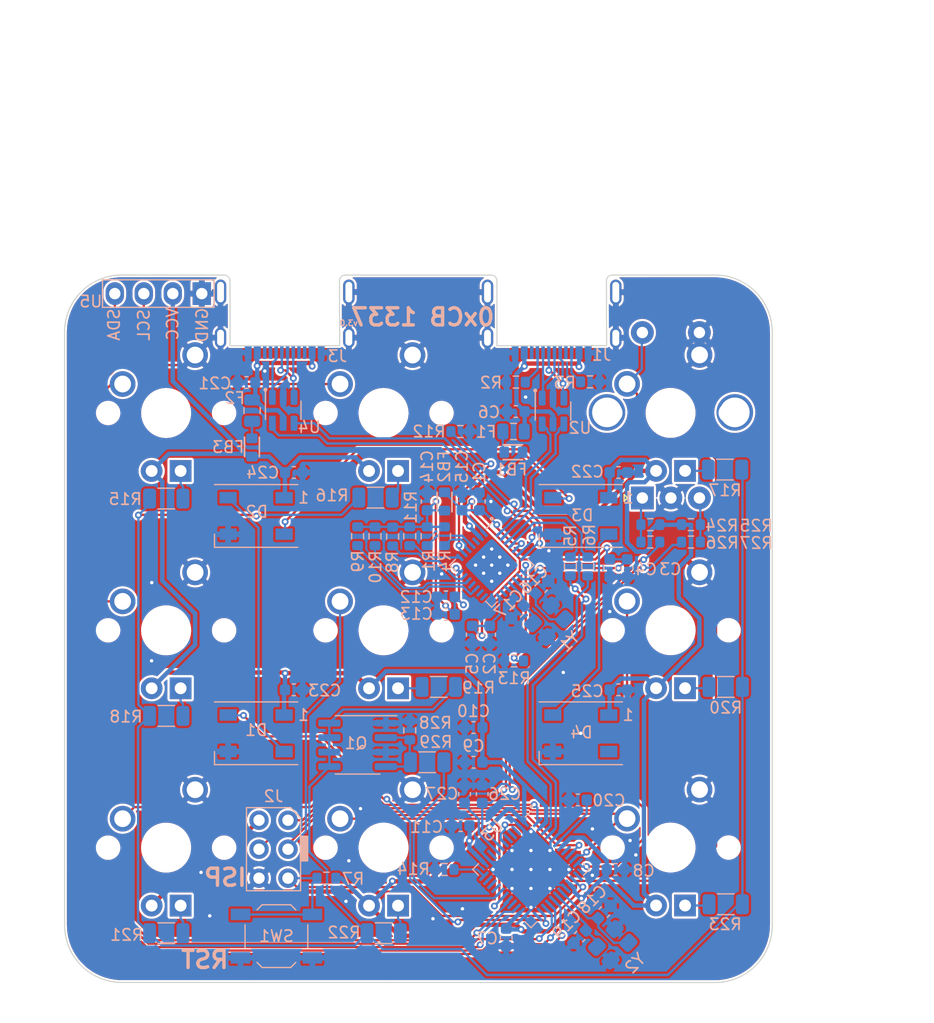
<source format=kicad_pcb>
(kicad_pcb (version 20210424) (generator pcbnew)
  (title_block (title "1337") (date "2021-05-25") (rev "3.0") (company "0xCB") (comment 1 "Conor Burns"))
  (layers (0 "F.Cu" signal) (31 "B.Cu" signal) (34 "B.Paste" user) (35 "F.Paste" user) (36 "B.SilkS" user "B.Silkscreen") (37 "F.SilkS" user "F.Silkscreen") (38 "B.Mask" user) (39 "F.Mask" user) (44 "Edge.Cuts" user))
  (net 0 "")
  (net 1 "+3.3VA")
  (net 2 "GND")
  (net 3 "/VBUS")
  (net 4 "VCC")
  (net 5 "+3V3")
  (net 6 "Net-(C16-Pad2)")
  (net 7 "Net-(C17-Pad2)")
  (net 8 "Net-(C18-Pad2)")
  (net 9 "Net-(C19-Pad2)")
  (net 10 "Net-(C20-Pad1)")
  (net 11 "/VBUS1")
  (net 12 "EA")
  (net 13 "EB")
  (net 14 "RGB")
  (net 15 "Net-(D1-Pad2)")
  (net 16 "Net-(D2-Pad2)")
  (net 17 "Net-(D3-Pad2)")
  (net 19 "Net-(F1-Pad2)")
  (net 20 "Net-(F2-Pad2)")
  (net 21 "Net-(J1-PadA5)")
  (net 22 "Net-(J1-PadA6)")
  (net 23 "Net-(J1-PadA7)")
  (net 25 "Net-(J1-PadB5)")
  (net 27 "S6")
  (net 28 "S9")
  (net 29 "S5")
  (net 30 "RST")
  (net 32 "Net-(J3-PadA6)")
  (net 33 "Net-(J3-PadA7)")
  (net 37 "S1")
  (net 38 "Net-(MX1-Pad4)")
  (net 39 "S2")
  (net 40 "Net-(MX2-Pad4)")
  (net 41 "S3")
  (net 42 "Net-(MX3-Pad4)")
  (net 43 "S4")
  (net 44 "Net-(MX4-Pad4)")
  (net 45 "Net-(MX5-Pad4)")
  (net 46 "Net-(MX6-Pad4)")
  (net 47 "S7")
  (net 48 "Net-(MX7-Pad4)")
  (net 49 "S8")
  (net 50 "Net-(MX8-Pad4)")
  (net 51 "Net-(MX9-Pad4)")
  (net 52 "Net-(Q1-Pad2)")
  (net 53 "Net-(Q1-Pad5)")
  (net 54 "Net-(R1-Pad2)")
  (net 55 "Net-(R4-Pad2)")
  (net 56 "1D+")
  (net 57 "1D-")
  (net 58 "Net-(R8-Pad2)")
  (net 59 "Net-(R9-Pad2)")
  (net 60 "Net-(R10-Pad2)")
  (net 61 "Net-(R11-Pad2)")
  (net 62 "Net-(R12-Pad2)")
  (net 63 "Net-(R13-Pad1)")
  (net 64 "Net-(R14-Pad2)")
  (net 65 "Net-(R24-Pad2)")
  (net 66 "Net-(R25-Pad2)")
  (net 67 "BL")
  (net 74 "2D+")
  (net 75 "2D-")
  (net 76 "/D-")
  (net 77 "/D+")
  (net 80 "SDA")
  (net 81 "SCL")
  (net 91 "/MCU+")
  (net 92 "/MCU-")
  (footprint "0xcb:MXOnly-1U" (layer "F.Cu") (at 173.982 81.644)
    (fp_text reference "MX3")
    (fp_text value "MX-LED")
  )
  (footprint "0xcb:MXOnly-1U" (layer "F.Cu") (at 148.832 100.704)
    (fp_text reference "MX5")
    (fp_text value "MX-LED")
  )
  (footprint "0xcb:MXOnly-1U" (layer "F.Cu") (at 148.832 81.654)
    (fp_text reference "MX2")
    (fp_text value "MX-LED")
  )
  (footprint "0xcb:MXOnly-1U" (layer "F.Cu") (at 173.982 100.694)
    (fp_text reference "MX6")
    (fp_text value "MX-LED")
  )
  (footprint "0xcb:MXOnly-1U" (layer "F.Cu") (at 129.782 100.704)
    (fp_text reference "MX4")
    (fp_text value "MX-LED")
  )
  (footprint "0xcb:MXOnly-1U" (layer "F.Cu") (at 129.782 81.654)
    (fp_text reference "MX1")
    (fp_text value "MX-LED")
  )
  (footprint "0xcb:MXOnly-1U" (layer "F.Cu") (at 129.782 119.754)
    (fp_text reference "MX7")
    (fp_text value "MX-LED")
  )
  (footprint "0xcb:MXOnly-1U" (layer "F.Cu") (at 148.832 119.754)
    (fp_text reference "MX8")
    (fp_text value "MX-LED")
  )
  (footprint "0xcb:MXOnly-1U" (layer "F.Cu") (at 173.982 119.744)
    (fp_text reference "MX9")
    (fp_text value "MX-LED")
  )
  (footprint "0xcb:RotaryEncoder_Alps_EC11E" (layer "F.Cu") (at 171.51 89.1 90)
    (fp_text reference "SW2")
    (fp_text value "EC11")
  )
  (footprint "Capacitor_SMD:C_0603_1608Metric" (layer "B.Cu") (at 169.418 86.868 180)
    (fp_text reference "C22")
    (fp_text value "100n")
  )
  (footprint "Capacitor_SMD:C_0603_1608Metric" (layer "B.Cu") (at 155.93 115.06 90)
    (fp_text reference "C27")
    (fp_text value "100n")
  )
  (footprint "Capacitor_SMD:C_0603_1608Metric" (layer "B.Cu") (at 155.702 89.408 90)
    (fp_text reference "C15")
    (fp_text value "10u")
  )
  (footprint "Resistor_SMD:R_0603_1608Metric" (layer "B.Cu") (at 143.827 122.428)
    (fp_text reference "R7")
    (fp_text value "10k")
  )
  (footprint "Resistor_SMD:R_0603_1608Metric" (layer "B.Cu") (at 166.922 78.924 180)
    (fp_text reference "R3")
    (fp_text value "5.1k")
  )
  (footprint "Capacitor_SMD:C_0603_1608Metric" (layer "B.Cu") (at 165.862 115.57 180)
    (fp_text reference "C20")
    (fp_text value "1u")
  )
  (footprint "Resistor_SMD:R_1206_3216Metric" (layer "B.Cu") (at 178.816 105.664)
    (fp_text reference "R20")
    (fp_text value "330")
  )
  (footprint "Resistor_SMD:R_1206_3216Metric" (layer "B.Cu") (at 129.794 108.204 180)
    (fp_text reference "R18")
    (fp_text value "330")
  )
  (footprint "LED_SMD:LED_WS2812B_PLCC4_5.0x5.0mm_P3.2mm" (layer "B.Cu") (at 137.668 109.728 180)
    (fp_text reference "D1")
    (fp_text value "WS2812B")
  )
  (footprint "Capacitor_SMD:C_0603_1608Metric" (layer "B.Cu") (at 152.654 89.408 90)
    (fp_text reference "C14")
    (fp_text value "100n")
  )
  (footprint "Resistor_SMD:R_0603_1608Metric" (layer "B.Cu") (at 146.558 92.456 -90)
    (fp_text reference "R9")
    (fp_text value "10k")
  )
  (footprint "Resistor_SMD:R_0603_1608Metric" (layer "B.Cu") (at 152.654 92.456 -90)
    (fp_text reference "R1")
    (fp_text value "10k")
  )
  (footprint "Capacitor_SMD:C_0603_1608Metric" (layer "B.Cu") (at 158.13 101.09 -90)
    (fp_text reference "C2")
    (fp_text value "100n")
  )
  (footprint "Capacitor_SMD:C_0603_1608Metric" (layer "B.Cu") (at 157.226 89.408 90)
    (fp_text reference "C1")
    (fp_text value "100n")
  )
  (footprint "Package_SO:SOIC-8_3.9x4.9mm_P1.27mm" (layer "B.Cu") (at 146.558 110.744 180)
    (fp_text reference "Q1")
    (fp_text value "FDS9926A")
  )
  (footprint "Capacitor_SMD:C_0603_1608Metric" (layer "B.Cu") (at 162.72 96.92 -135)
    (fp_text reference "C16")
    (fp_text value "22p")
  )
  (footprint "Resistor_SMD:R_0603_1608Metric" (layer "B.Cu") (at 154.178 121.666)
    (fp_text reference "R14")
    (fp_text value "10k")
  )
  (footprint "0xcb:Fuse_0805_2012Metric" (layer "B.Cu") (at 137.312 81.4415 -90)
    (fp_text reference "F2")
    (fp_text value "500mA")
  )
  (footprint "Resistor_SMD:R_1206_3216Metric" (layer "B.Cu") (at 148.13 89.07 180)
    (fp_text reference "R16")
    (fp_text value "330")
  )
  (footprint "Resistor_SMD:R_0603_1608Metric" (layer "B.Cu") (at 172.212 92.964 180)
    (fp_text reference "R26")
    (fp_text value "10k")
  )
  (footprint "Resistor_SMD:R_0603_1608Metric" (layer "B.Cu") (at 148.082 92.456 -90)
    (fp_text reference "R10")
    (fp_text value "10k")
  )
  (footprint "Capacitor_SMD:C_0603_1608Metric" (layer "B.Cu") (at 156.718 112.268 180)
    (fp_text reference "C9")
    (fp_text value "100n")
  )
  (footprint "Capacitor_SMD:C_0603_1608Metric" (layer "B.Cu") (at 140.97 86.868 180)
    (fp_text reference "C24")
    (fp_text value "100n")
  )
  (footprint "Package_TO_SOT_SMD:SOT-23-6" (layer "B.Cu") (at 163.682 81.4815 -90)
    (fp_text reference "U2")
    (fp_text value "USBLC6-2SC6")
  )
  (footprint "0xcb:Ferrite_Bead_0603" (layer "B.Cu") (at 154.178 89.408 90)
    (fp_text reference "FB2")
    (fp_text value "600R" hide)
  )
  (footprint "0xcb:HRO-TYPE-C-31-M-13" (layer "B.Cu") (at 163.562 68.9615)
    (fp_text reference "J1")
    (fp_text value "USB_IN")
  )
  (footprint "Resistor_SMD:R_1206_3216Metric" (layer "B.Cu") (at 129.794 127.254 180)
    (fp_text reference "R21")
    (fp_text value "330")
  )
  (footprint "Capacitor_SMD:C_0603_1608Metric" (layer "B.Cu") (at 136.822 78.984 180)
    (fp_text reference "C21")
    (fp_text value "100n")
  )
  (footprint "Resistor_SMD:R_1206_3216Metric" (layer "B.Cu") (at 148.844 127.254 180)
    (fp_text reference "R22")
    (fp_text value "330")
  )
  (footprint "Resistor_SMD:R_0603_1608Metric" (layer "B.Cu") (at 172.212 91.44 180)
    (fp_text reference "R24")
    (fp_text value "10k")
  )
  (footprint "0xcb:Crystal_SMD_3225-4Pin_3.2x2.5mm" (layer "B.Cu") (at 163.32 99.91 -135)
    (fp_text reference "Y1")
    (fp_text value "12MHz")
  )
  (footprint "LED_SMD:LED_WS2812B_PLCC4_5.0x5.0mm_P3.2mm" (layer "B.Cu") (at 166.116 109.728 180)
    (fp_text reference "D4")
    (fp_text value "WS2812B")
  )
  (footprint "Capacitor_SMD:C_0603_1608Metric" (layer "B.Cu") (at 159.58 127.63 -90)
    (fp_text reference "C7")
    (fp_text value "100n")
  )
  (footprint "Capacitor_SMD:C_0603_1608Metric" (layer "B.Cu") (at 157.48 115.062 90)
    (fp_text reference "C26")
    (fp_text value "100n")
  )
  (footprint "0xcb:HRO-TYPE-C-31-M-13" (layer "B.Cu") (at 140.172 68.954)
    (fp_text reference "J3")
    (fp_text value "USB_OUT")
  )
  (footprint "0xcb:QFN-44-1EP_7x7mm_P0.5mm_EP5.2x5.2mm_ThermalVias" (layer "B.Cu") (at 161.7506 121.666 -135)
    (fp_text reference "U3")
    (fp_text value "ATMEGA32U4")
  )
  (footprint "Capacitor_SMD:C_0603_1608Metric" (layer "B.Cu") (at 154.3 99.294 180)
    (fp_text reference "C13")
    (fp_text value "100n")
  )
  (footprint "Capacitor_SMD:C_0603_1608Metric" (layer "B.Cu") (at 140.97 105.918 180)
    (fp_text reference "C23")
    (fp_text value "100n")
  )
  (footprint "0xcb:Ferrite_Bead_0603" (layer "B.Cu") (at 160.212 85.094)
    (fp_text reference "FB1")
    (fp_text value "600R" hide)
  )
  (footprint "Capacitor_SMD:C_0603_1608Metric" (layer "B.Cu") (at 168.656 95.25 -90)
    (fp_text reference "C4")
    (fp_text value "1u")
  )
  (footprint "LED_SMD:LED_WS2812B_PLCC4_5.0x5.0mm_P3.2mm" (layer "B.Cu") (at 137.668 90.678 180)
    (fp_text reference "D2")
    (fp_text value "WS2812B")
  )
  (footprint "Package_TO_SOT_SMD:SOT-23-6" (layer "B.Cu") (at 140.042 81.414 -90)
    (fp_text reference "U4")
    (fp_text value "USBLC6-2SC6")
  )
  (footprint "Capacitor_SMD:C_0603_1608Metric" (layer "B.Cu") (at 170.18 95.25 -90)
    (fp_text reference "C3")
    (fp_text value "100n")
  )
  (footprint "Resistor_SMD:R_0603_1608Metric" (layer "B.Cu") (at 175.768 91.44)
    (fp_text reference "R25")
    (fp_text value "10k")
  )
  (footprint "Resistor_SMD:R_1206_3216Metric" (layer "B.Cu") (at 178.7545 86.614)
    (fp_text reference "R17")
    (fp_text value "330")
  )
  (footprint "Resistor_SMD:R_0603_1608Metric" (layer "B.Cu") (at 160.274 103.378 180)
    (fp_text reference "R13")
    (fp_text value "649")
  )
  (footprint "0xcb:128x64OLED" (layer "B.Cu") (at 129.286 81.788 180)
    (fp_text reference "U5")
    (fp_text value "SSD1306")
  )
  (footprint "Resistor_SMD:R_0603_1608Metric" (layer "B.Cu") (at 151.13 92.456 -90)
    (fp_text reference "R11")
    (fp_text value "10k")
  )
  (footprint "Button_Switch_SMD:SW_SPST_TL3342" (layer "B.Cu") (at 139.446 127.508)
    (fp_text reference "SW1")
    (fp_text value "SW_Push")
  )
  (footprint "0xcb:AVR_PROG_2.54_THT" (layer "B.Cu") (at 139.192 119.888 -90)
    (fp_text reference "J2")
    (fp_text value "AVR-ISP-6")
  )
  (footprint "Resistor_SMD:R_1206_3216Metric" (layer "B.Cu") (at 178.816 124.714)
    (fp_text reference "R23")
    (fp_text value "330")
  )
  (footprint "Capacitor_SMD:C_0603_1608Metric" (layer "B.Cu") (at 156.606 101.09 -90)
    (fp_text reference "C5")
    (fp_text value "1u")
  )
  (footprint "0xcb:Ferrite_Bead_0603" (layer "B.Cu") (at 137.302 84.674 -90)
    (fp_text reference "FB3")
    (fp_text value "600R" hide)
  )
  (footprint "Resistor_SMD:R_0603_1608Metric" (layer "B.Cu") (at 166.73 95.1 90)
    (fp_text reference "R6")
    (fp_text value "22")
  )
  (footprint "Capacitor_SMD:C_0603_1608Metric" (layer "B.Cu") (at 160.422 81.524 180)
    (fp_text reference "C6")
    (fp_text value "100n")
  )
  (footprint "0xcb:Fuse_0805_2012Metric" (layer "B.Cu") (at 160.222 83.274 180)
    (fp_text reference "F1")
    (fp_text value "1A")
  )
  (footprint "Capacitor_SMD:C_0603_1608Metric" (layer "B.Cu") (at 169.418 105.918 180)
    (fp_text reference "C25")
    (fp_text value "100n")
  )
  (footprint "LED_SMD:LED_WS2812B_PLCC4_5.0x5.0mm_P3.2mm" (layer "B.Cu") (at 166.116 90.678 180)
    (fp_text reference "D3")
    (fp_text value "WS2812B")
  )
  (footprint "Resistor_SMD:R_0603_1608Metric" (layer "B.Cu") (at 155.56 83.28 180)
    (fp_text reference "R12")
    (fp_text value "10k")
  )
  (footprint "Capacitor_SMD:C_0603_1608Metric" (layer "B.Cu") (at 166.02 127.55 45)
    (fp_text reference "C19")
    (fp_text value "22p")
  )
  (footprint "Resistor_SMD:R_0603_1608Metric" (layer "B.Cu") (at 154.178 92.456 -90)
    (fp_text reference "R4")
    (fp_text value "10k")
  )
  (footprint "Capacitor_SMD:C_0603_1608Metric" (layer "B.Cu") (at 168.18 125.4 -135)
    (fp_text reference "C18")
    (fp_text value "22p")
  )
  (footprint "Resistor_SMD:R_1206_3216Metric" (layer "B.Cu") (at 152.654 112.268 180)
    (fp_text reference "R29")
    (fp_text value "330")
  )
  (footprint "Resistor_SMD:R_1206_3216Metric" (layer "B.Cu") (at 153.67 105.664)
    (fp_text reference "R19")
    (fp_text value "330")
  )
  (footprint "Resistor_SMD:R_0603_1608Metric" (layer "B.Cu") (at 165.206 95.1 90)
    (fp_text reference "R5")
    (fp_text value "22")
  )
  (footprint "Capacitor_SMD:C_0603_1608Metric" (layer "B.Cu") (at 154.3 97.77 180)
    (fp_text reference "C12")
    (fp_text value "1u")
  )
  (footprint "Resistor_SMD:R_1206_3216Metric" (layer "B.Cu") (at 129.794 89.154 180)
    (fp_text reference "R15")
    (fp_text value "330")
  )
  (footprint "Resistor_SMD:R_0603_1608Metric" (layer "B.Cu") (at 160.432 78.944 180)
    (fp_text reference "R2")
    (fp_text value "5.1k")
  )
  (footprint "Resistor_SMD:R_0603_1608Metric" (layer "B.Cu") (at 149.63 92.48 -90)
    (fp_text reference "R8")
    (fp_text value "10k")
  )
  (footprint "Resistor_SMD:R_0603_1608Metric" (layer "B.Cu") (at 151.13 109.474 90)
    (fp_text reference "R28")
    (fp_text value "10k")
  )
  (footprint "0xcb:Crystal_SMD_3225-4Pin_3.2x2.5mm" (layer "B.Cu") (at 168.91 128.27 -135)
    (fp_text reference "Y2")
    (fp_text value "16MHz")
  )
  (footprint "Capacitor_SMD:C_0603_1608Metric" (layer "B.Cu") (at 156.718 109.22 180)
    (fp_text reference "C10")
    (fp_text value "100n")
  )
  (footprint "Resistor_SMD:R_0603_1608Metric" (layer "B.Cu") (at 175.768 92.964)
    (fp_text reference "R27")
    (fp_text value "10k")
  )
  (footprint "0xcb:QFN-28-1EP_5x5mm_P0.5mm_EP3.35x3.35mm_ThermalVias" (layer "B.Cu") (at 158.31 94.99 -135)
    (fp_text reference "U1" hide)
    (fp_text value "CY7C65634-28LTXCT (or CY7C65632)")
  )
  (footprint "Capacitor_SMD:C_0603_1608Metric" (layer "B.Cu") (at 160.57 99.08 45)
    (fp_text reference "C17")
    (fp_text value "22p")
  )
  (footprint "Capacitor_SMD:C_0603_1608Metric" (layer "B.Cu") (at 155.59 117.82 180)
    (fp_text reference "C11")
    (fp_text value "1u")
  )
  (footprint "Capacitor_SMD:C_0603_1608Metric" (layer "B.Cu") (at 169.164 121.666)
    (fp_text reference "C8")
    (fp_text value "100n")
  )
  (gr_circle (center 138.482 79.614) (end 138.532 79.524) (layer "B.SilkS") (width 0.15) (fill none))
  (gr_circle (center 161.78 116.15) (end 161.83 116.06) (layer "B.SilkS") (width 0.15) (fill none))
  (gr_rect (start 142.17 120.9) (end 141.57 118.77) (layer "B.SilkS") (width 0.15) (fill solid))
  (gr_circle (center 162.122 79.6815) (end 162.172 79.5915) (layer "B.SilkS") (width 0.15) (fill none))
  (gr_circle (center 158.31 90.92) (end 158.36 90.83) (layer "B.SilkS") (width 0.15) (fill none))
  (gr_arc (start 145.473553 70.063553) (end 144.973554 70.063553) (angle 90) (layer "Edge.Cuts") (width 0.1))
  (gr_line (start 168.38 75.75) (end 158.77 75.76) (layer "Edge.Cuts") (width 0.1))
  (gr_line (start 125.889997 131.564468) (end 177.889997 131.57) (layer "Edge.Cuts") (width 0.1))
  (gr_line (start 168.363554 70.063553) (end 168.38 75.75) (layer "Edge.Cuts") (width 0.1))
  (gr_line (start 120.885531 74.555531) (end 120.89 126.564465) (layer "Edge.Cuts") (width 0.1))
  (gr_arc (start 158.266447 70.063553) (end 158.266447 69.563554) (angle 90) (layer "Edge.Cuts") (width 0.1))
  (gr_line (start 158.266447 69.563554) (end 145.473553 69.563554) (layer "Edge.Cuts") (width 0.1))
  (gr_arc (start 177.890002 126.569999) (end 177.889997 131.57) (angle -90) (layer "Edge.Cuts") (width 0.1))
  (gr_arc (start 177.889995 74.560001) (end 182.889996 74.560006) (angle -90) (layer "Edge.Cuts") (width 0.1))
  (gr_arc (start 168.863553 70.063553) (end 168.363554 70.063553) (angle 90) (layer "Edge.Cuts") (width 0.1))
  (gr_line (start 182.89 126.570003) (end 182.889996 74.560006) (layer "Edge.Cuts") (width 0.1))
  (gr_line (start 144.993554 75.753553) (end 135.383554 75.763553) (layer "Edge.Cuts") (width 0.1))
  (gr_line (start 177.89 69.56) (end 168.863553 69.563554) (layer "Edge.Cuts") (width 0.1))
  (gr_line (start 144.973554 70.063553) (end 144.993554 75.753553) (layer "Edge.Cuts") (width 0.1))
  (gr_line (start 158.77 75.76) (end 158.766446 70.063553) (layer "Edge.Cuts") (width 0.1))
  (gr_arc (start 134.876447 70.063553) (end 134.876447 69.563554) (angle 90) (layer "Edge.Cuts") (width 0.1))
  (gr_arc (start 125.890001 126.56447) (end 120.89 126.564465) (angle -90) (layer "Edge.Cuts") (width 0.1))
  (gr_line (start 134.876447 69.563554) (end 125.885534 69.555534) (layer "Edge.Cuts") (width 0.1))
  (gr_line (start 135.383554 75.763553) (end 135.376447 70.063554) (layer "Edge.Cuts") (width 0.1))
  (gr_arc (start 125.885531 74.555534) (end 125.885534 69.555534) (angle -90) (layer "Edge.Cuts") (width 0.1))
  (gr_text "RST\n" (at 133.17 129.58) (layer "B.SilkS") (effects (font (size 1.5 1.5) (thickness 0.3)) (justify mirror)))
  (gr_text "v3.0" (at 145.78 73.77) (layer "B.SilkS") (effects (font (size 0.5 0.5) (thickness 0.11)) (justify mirror)))
  (gr_text "ISP" (at 134.96 122.37) (layer "B.SilkS") (effects (font (size 1.5 1.5) (thickness 0.3)) (justify mirror)))
  (gr_text "0xCB 1337" (at 152.26 73.25) (layer "B.SilkS") (effects (font (size 1.5 1.5) (thickness 0.3)) (justify mirror)))
  (segment (start 168.402 93.472) (end 167.386 94.488) (width 0.2) (layer "F.Cu") (net 1))
  (segment (start 158.75 91.694) (end 160.150906 93.094906) (width 0.2) (layer "F.Cu") (net 1))
  (segment (start 167.386 94.488) (end 160.818 94.488) (width 0.2) (layer "F.Cu") (net 1))
  (segment (start 158.75 91.44) (end 158.75 91.694) (width 0.2) (layer "F.Cu") (net 1))
  (segment (start 160.818 94.488) (end 160.056 93.726) (width 0.2) (layer "F.Cu") (net 1))
  (segment (start 156.56 89.408) (end 156.56 90.23) (width 0.2) (layer "F.Cu") (net 1))
  (segment (start 160.150906 93.094906) (end 160.912906 93.094906) (width 0.2) (layer "F.Cu") (net 1))
  (segment (start 157.46 98.826) (end 160.782 95.504) (width 0.2) (layer "F.Cu") (net 1))
  (segment (start 162.56 95.25) (end 169.418 95.25) (width 0.2) (layer "F.Cu") (net 1))
  (segment (start 160.782 94.452) (end 160.056 93.726) (width 0.2) (layer "F.Cu") (net 1))
  (segment (start 157.46 101.17) (end 157.46 98.826) (width 0.2) (layer "F.Cu") (net 1))
  (segment (start 160.782 95.504) (end 160.782 94.452) (width 0.2) (layer "F.Cu") (net 1))
  (segment (start 156.56 90.23) (end 160.056 93.726) (width 0.2) (layer "F.Cu") (net 1))
  (via (at 162.56 95.25) (size 0.6) (drill 0.3) (layers "F.Cu" "B.Cu") (net 1))
  (via (at 157.46 101.17) (size 0.6) (drill 0.3) (layers "F.Cu" "B.Cu") (net 1))
  (via (at 169.418 95.25) (size 0.6) (drill 0.3) (layers "F.Cu" "B.Cu") (net 1))
  (via (at 156.56 89.408) (size 0.6) (drill 0.3) (layers "F.Cu" "B.Cu") (net 1))
  (via (at 168.402 93.472) (size 0.6) (drill 0.3) (layers "F.Cu" "B.Cu") (net 1))
  (via (at 160.912906 93.094906) (size 0.6) (drill 0.3) (layers "F.Cu" "B.Cu") (net 1))
  (via (at 158.75 91.44) (size 0.6) (drill 0.3) (layers "F.Cu" "B.Cu") (net 1))
  (segment (start 155.702 90.183) (end 157.226 90.183) (width 0.2) (layer "B.Cu") (net 1))
  (segment (start 157.638249 92.196928) (end 157.653072 92.196928) (width 0.2) (layer "B.Cu") (net 1))
  (segment (start 156.56 89.408) (end 156.477 89.408) (width 0.2) (layer "B.Cu") (net 1))
  (segment (start 158.75 91.44) (end 157.493 90.183) (width 0.2) (layer "B.Cu") (net 1))
  (segment (start 155.702 90.183) (end 155.702 90.132) (width 0.2) (layer "B.Cu") (net 1))
  (segment (start 170.18 94.488) (end 169.418 95.25) (width 0.2) (layer "B.Cu") (net 1))
  (segment (start 170.18 94.475) (end 170.18 94.488) (width 0.2) (layer "B.Cu") (net 1))
  (segment (start 155.702 90.132) (end 154.178 88.608) (width 0.2) (layer "B.Cu") (net 1))
  (segment (start 161.598386 96.211614) (end 160.945827 96.211614) (width 0.2) (layer "B.Cu") (net 1))
  (segment (start 157.638249 92.119249) (end 155.702 90.183) (width 0.2) (layer "B.Cu") (net 1))
  (segment (start 170.18 94.475) (end 170.167 94.475) (width 0.2) (layer "B.Cu") (net 1))
  (segment (start 157.988 100.317) (end 158.981751 99.323249) (width 0.2) (layer "B.Cu") (net 1))
  (segment (start 160.945827 96.211614) (end 160.749518 96.015305) (width 0.2) (layer "B.Cu") (net 1))
  (segment (start 157.46 101.17) (end 157.317 101.17) (width 0.2) (layer "B.Cu") (net 1))
  (segment (start 168.656 94.475) (end 170.18 94.475) (width 0.2) (layer "B.Cu") (net 1))
  (segment (start 157.638249 92.196928) (end 157.638249 92.119249) (width 0.2) (layer "B.Cu") (net 1))
  (segment (start 156.477 89.408) (end 155.702 90.183) (width 0.2) (layer "B.Cu") (net 1))
  (segment (start 157.493 90.183) (end 157.226 90.183) (width 0.2) (layer "B.Cu") (net 1))
  (segment (start 168.402 93.472) (end 168.402 94.221) (width 0.2) (layer "B.Cu") (net 1))
  (segment (start 157.317 101.17) (end 156.464 100.317) (width 0.2) (layer "B.Cu") (net 1))
  (segment (start 168.402 94.221) (end 168.656 94.475) (width 0.2) (layer "B.Cu") (net 1))
  (segment (start 160.912906 93.094906) (end 160.912201 93.094906) (width 0.2) (layer "B.Cu") (net 1))
  (segment (start 160.912201 93.094906) (end 160.395965 93.611142) (width 0.2) (layer "B.Cu") (net 1))
  (segment (start 162.56 95.25) (end 161.598386 96.211614) (width 0.2) (layer "B.Cu") (net 1))
  (segment (start 158.981751 99.323249) (end 158.981751 97.783072) (width 0.2) (layer "B.Cu") (net 1))
  (segment (start 168.656 94.475) (end 168.656 94.488) (width 0.2) (layer "B.Cu") (net 1))
  (segment (start 156.464 100.317) (end 157.988 100.317) (width 0.2) (layer "B.Cu") (net 1))
  (via (at 168.656 99.06) (size 0.6) (drill 0.3) (layers "F.Cu" "B.Cu") (net 2))
  (via (at 132.842 121.92) (size 0.6) (drill 0.3) (layers "F.Cu" "B.Cu") (net 2))
  (via (at 128.506545 103.37386) (size 0.6) (drill 0.3) (layers "F.Cu" "B.Cu") (net 2))
  (via (at 166.116 109.728) (size 0.6) (drill 0.3) (layers "F.Cu" "B.Cu") (net 2))
  (via (at 153.924 95.758) (size 0.6) (drill 0.3) (layers "F.Cu" "B.Cu") (net 2))
  (via (at 170.940994 120.390601) (size 0.6) (drill 0.3) (layers "F.Cu" "B.Cu") (net 2))
  (via (at 170.434 119.126) (size 0.6) (drill 0.3) (layers "F.Cu" "B.Cu") (net 2))
  (via (at 145.796 120.904) (size 0.6) (drill 0.3) (layers "F.Cu" "B.Cu") (net 2))
  (via (at 153.162 125.984) (size 0.6) (drill 0.3) (layers "F.Cu" "B.Cu") (net 2))
  (via (at 155.746998 125.1114) (size 0.6) (drill 0.3) (layers "F.Cu" "B.Cu") (net 2))
  (via (at 167.132 118.11) (size 0.6) (drill 0.3) (layers "F.Cu" "B.Cu") (net 2))
  (via (at 133.604 125.73) (size 0.6) (drill 0.3) (layers "F.Cu" "B.Cu") (net 2))
  (via (at 145.542 124.46) (size 0.6) (drill 0.3) (layers "F.Cu" "B.Cu") (net 2))
  (via (at 164.581098 104.393378) (size 0.6) (drill 0.3) (layers "F.Cu" "B.Cu") (net 2))
  (via (at 128.524 96.52) (size 0.6) (drill 0.3) (layers "F.Cu" "B.Cu") (net 2))
  (via (at 167.132 122.174) (size 0.6) (drill 0.3) (layers "F.Cu" "B.Cu") (net 2))
  (via (at 158.242 89.408) (size 0.6) (drill 0.3) (layers "F.Cu" "B.Cu") (net 2))
  (via (at 146.812 116.332) (size 0.6) (drill 0.3) (layers "F.Cu" "B.Cu") (net 2))
  (via (at 138.43 77.978) (size 0.6) (drill 0.3) (layers "F.Cu" "B.Cu") (net 2))
  (via (at 163.319281 93.725456) (size 0.6) (drill 0.3) (layers "F.Cu" "B.Cu") (net 2))
  (via (at 161.28188 80.256968) (size 0.6) (drill 0.3) (layers "F.Cu" "B.Cu") (net 2))
  (segment (start 158.269954 121.013781) (end 160.511309 121.013781) (width 0.2) (layer "B.Cu") (net 2))
  (segment (start 160.511309 121.013781) (end 161.163528 121.666) (width 0.2) (layer "B.Cu") (net 2))
  (segment (start 161.098381 120.426709) (end 160.804845 120.720245) (width 0.2) (layer "B.Cu") (net 2))
  (segment (start 163.463479 119.246014) (end 163.463479 119.701245) (width 0.2) (layer "B.Cu") (net 2))
  (segment (start 161.158398 125.793736) (end 161.7506 125.201534) (width 0.2) (layer "B.Cu") (net 2))
  (segment (start 164.524139 123.025325) (end 164.068908 123.025325) (width 0.2) (layer "B.Cu") (net 2))
  (segment (start 161.7506 125.201534) (end 161.7506 124.989402) (width 0.2) (layer "B.Cu") (net 2))
  (segment (start 163.463479 119.701245) (end 163.589417 119.827183) (width 0.2) (layer "B.Cu") (net 2))
  (segment (start 161.098381 118.185354) (end 161.098381 120.426709) (width 0.2) (layer "B.Cu") (net 2))
  (segment (start 163.757015 118.952478) (end 163.463479 119.246014) (width 0.2) (layer "B.Cu") (net 2))
  (segment (start 164.817676 123.318862) (end 164.524139 123.025325) (width 0.2) (layer "B.Cu") (net 2))
  (segment (start 161.163528 121.666) (end 161.7506 121.666) (width 0.2) (layer "B.Cu") (net 2))
  (segment (start 160.804845 117.891818) (end 161.098381 118.185354) (width 0.2) (layer "B.Cu") (net 2))
  (segment (start 157.976418 120.720245) (end 158.269954 121.013781) (width 0.2) (layer "B.Cu") (net 2))
  (segment (start 165.96 77.59) (end 165.69 77.32) (width 0.381) (layer "F.Cu") (net 3))
  (segment (start 161.4 77.32) (end 161.17 77.55) (width 0.381) (layer "F.Cu") (net 3))
  (segment (start 165.69 77.32) (end 161.4 77.32) (width 0.381) (layer "F.Cu") (net 3))
  (via (at 161.17 77.55) (size 0.6) (drill 0.3) (layers "F.Cu" "B.Cu") (net 3))
  (via (at 165.96 77.59) (size 0.6) (drill 0.3) (layers "F.Cu" "B.Cu") (net 3))
  (segment (start 161.17 77.55) (end 161.17 76.3695) (width 0.381) (layer "B.Cu") (net 3))
  (segment (start 161.17 77.55) (end 160.48 78.24) (width 0.381) (layer "B.Cu") (net 3))
  (segment (start 160.48 78.24) (end 160.48 80.807) (width 0.381) (layer "B.Cu") (net 3))
  (segment (start 165.962 76.3615) (end 165.962 77.588) (width 0.381) (layer "B.Cu") (net 3))
  (segment (start 163.364 81.524) (end 163.682 81.842) (width 0.381) (layer "B.Cu") (net 3))
  (segment (start 163.682 81.842) (end 163.682 82.619) (width 0.381) (layer "B.Cu") (net 3))
  (segment (start 161.197 83.2365) (end 161.1595 83.274) (width 0.381) (layer "B.Cu") (net 3))
  (segment (start 165.962 77.588) (end 165.96 77.59) (width 0.381) (layer "B.Cu") (net 3))
  (segment (start 161.17 76.3695) (end 161.162 76.3615) (width 0.381) (layer "B.Cu") (net 3))
  (segment (start 161.197 81.524) (end 161.197 83.2365) (width 0.381) (layer "B.Cu") (net 3))
  (segment (start 160.48 80.807) (end 161.197 81.524) (width 0.381) (layer "B.Cu") (net 3))
  (segment (start 161.197 81.524) (end 163.364 81.524) (width 0.381) (layer "B.Cu") (net 3))
  (segment (start 158.264723 86.868) (end 159.258 86.868) (width 0.381) (layer "F.Cu") (net 4))
  (segment (start 160.469531 126.51) (end 156.846783 126.51) (width 0.381) (layer "F.Cu") (net 4))
  (segment (start 149.686 122.71) (end 152.8 122.71) (width 0.381) (layer "F.Cu") (net 4))
  (segment (start 134.299999 123.14) (end 136.3 121.139999) (width 0.381) (layer "F.Cu") (net 4))
  (segment (start 155.964489 91.164489) (end 155.964489 89.168234) (width 0.381) (layer "F.Cu") (net 4))
  (segment (start 157.613223 117.966777) (end 156.43 119.15) (width 0.381) (layer "F.Cu") (net 4))
  (segment (start 166.17 124.206) (end 166.124 124.206) (width 0.381) (layer "F.Cu") (net 4))
  (segment (start 129.896 104.4) (end 128.512 105.784) (width 0.381) (layer "F.Cu") (net 4))
  (segment (start 136.3 118.97) (end 137.922 117.348) (width 0.381) (layer "F.Cu") (net 4))
  (segment (start 163.24 127.09) (end 161.049531 127.09) (width 0.381) (layer "F.Cu") (net 4))
  (segment (start 129.664011 123.681989) (end 130.206 123.14) (width 0.381) (layer "F.Cu") (net 4))
  (segment (start 140.21 104.46) (end 146.238 104.46) (width 0.381) (layer "F.Cu") (net 4))
  (segment (start 152.8 122.71) (end 156.36 119.15) (width 0.381) (layer "F.Cu") (net 4))
  (segment (start 130.206 123.14) (end 134.299999 123.14) (width 0.381) (layer "F.Cu") (net 4))
  (segment (start 159.258 86.868) (end 162.56 90.17) (width 0.381) (layer "F.Cu") (net 4))
  (segment (start 161.049531 127.09) (end 160.88 126.920469) (width 0.381) (layer "F.Cu") (net 4))
  (segment (start 162.56 90.17) (end 167.73 90.17) (width 0.381) (layer "F.Cu") (net 4))
  (segment (start 155.964489 89.168234) (end 158.264723 86.868) (width 0.381) (layer "F.Cu") (net 4))
  (segment (start 146.238 104.46) (end 147.562 105.784) (width 0.381) (layer "F.Cu") (net 4))
  (segment (start 166.124 124.206) (end 163.24 127.09) (width 0.381) (layer "F.Cu") (net 4))
  (segment (start 167.73 90.17) (end 171.176 86.724) (width 0.381) (layer "F.Cu") (net 4))
  (segment (start 130.206 123.14) (end 134.31 123.14) (width 0.381) (layer "F.Cu") (net 4))
  (segment (start 156.846783 126.51) (end 155.876352 127.480431) (width 0.381) (layer "F.Cu") (net 4))
  (segment (start 149.634 122.71) (end 149.606 122.682) (width 0.381) (layer "F.Cu") (net 4))
  (segment (start 140.15 104.4) (end 129.896 104.4) (width 0.381) (layer "F.Cu") (net 4))
  (segment (start 128.512 124.834) (end 129.664011 123.681989) (width 0.381) (layer "F.Cu") (net 4))
  (segment (start 156.36 91.56) (end 155.964489 91.164489) (width 0.381) (layer "F.Cu") (net 4))
  (segment (start 155.876352 127.480431) (end 150.208431 127.480431) (width 0.381) (layer "F.Cu") (net 4))
  (segment (start 134.31 123.14) (end 134.76952 123.59952) (width 0.381) (layer "F.Cu") (net 4))
  (segment (start 134.76952 123.59952) (end 146.32752 123.59952) (width 0.381) (layer "F.Cu") (net 4))
  (segment (start 149.686 122.71) (end 149.634 122.71) (width 0.381) (layer "F.Cu") (net 4))
  (segment (start 136.3 121.139999) (end 136.3 118.97) (width 0.381) (layer "F.Cu") (net 4))
  (segment (start 171.176 86.724) (end 172.712 86.724) (width 0.381) (layer "F.Cu") (net 4))
  (segment (start 160.88 126.920469) (end 160.469531 126.51) (width 0.381) (layer "F.Cu") (net 4))
  (segment (start 146.32752 123.59952) (end 147.562 124.834) (width 0.381) (layer "F.Cu") (net 4))
  (segment (start 158.085598 117.966777) (end 157.613223 117.966777) (width 0.381) (layer "F.Cu") (net 4))
  (segment (start 140.21 104.46) (end 140.15 104.4) (width 0.381) (layer "F.Cu") (net 4))
  (segment (start 156.43 119.15) (end 156.36 119.15) (width 0.381) (layer "F.Cu") (net 4))
  (segment (start 150.208431 127.480431) (end 147.562 124.834) (width 0.381) (layer "F.Cu") (net 4))
  (via (at 158.085598 117.966777) (size 0.6) (drill 0.3) (layers "F.Cu" "B.Cu") (net 4))
  (via (at 156.36 119.15) (size 0.6) (drill 0.3) (layers "F.Cu" "B.Cu") (net 4))
  (via (at 156.36 91.56) (size 0.6) (drill 0.3) (layers "F.Cu" "B.Cu") (net 4))
  (via (at 160.88 126.920469) (size 0.6) (drill 0.3) (layers "F.Cu" "B.Cu") (net 4))
  (via (at 166.17 124.206) (size 0.6) (drill 0.3) (layers "F.Cu" "B.Cu") (net 4))
  (via (at 159.258 86.868) (size 0.6) (drill 0.3) (layers "F.Cu" "B.Cu") (net 4))
  (via (at 140.21 104.46) (size 0.6) (drill 0.3) (layers "F.Cu" "B.Cu") (net 4))
  (via (at 149.606 122.682) (size 0.6) (drill 0.3) (layers "F.Cu" "B.Cu") (net 4))
  (segment (start 159.258 86.868) (end 159.258 86.848) (width 0.381) (layer "B.Cu") (net 4))
  (segment (start 160.804845 125.440182) (end 159.58 126.665027) (width 0.381) (layer "B.Cu") (net 4))
  (segment (start 140.195 89.001) (end 140.118 89.078) (width 0.381) (layer "B.Cu") (net 4))
  (segment (start 156.365 119.145) (end 156.365 117.82) (width 0.381) (layer "B.Cu") (net 4))
  (segment (start 168.643 86.868) (end 168.643 86.757) (width 0.381) (layer "B.Cu") (net 4))
  (segment (start 128.512 105.784) (end 132.32 101.976) (width 0.381) (layer "B.Cu") (net 4))
  (segment (start 166.244 124.206) (end 168.389 122.061) (width 0.381) (layer "B.Cu") (net 4))
  (segment (start 171.8 93.8) (end 172.17 93.43) (width 0.381) (layer "B.Cu") (net 4))
  (segment (start 157.493 109.22) (end 157.493 105.883) (width 0.381) (layer "B.Cu") (net 4))
  (segment (start 171.7595 85.7715) (end 172.712 86.724) (width 0.381) (layer "B.Cu") (net 4))
  (segment (start 140.195 104.475) (end 140.195 105.918) (width 0.381) (layer "B.Cu") (net 4))
  (segment (start 172.712 124.824) (end 171.65 123.762) (width 0.381) (layer "B.Cu") (net 4))
  (segment (start 160.88 126.920469) (end 159.645469 126.920469) (width 0.381) (layer "B.Cu") (net 4))
  (segment (start 145.156 122.428) (end 147.562 124.834) (width 0.381) (layer "B.Cu") (net 4))
  (segment (start 156.36 119.810934) (end 157.622864 121.073798) (width 0.381) (layer "B.Cu") (net 4))
  (segment (start 155.9 104.29) (end 149.056 104.29) (width 0.381) (layer "B.Cu") (net 4))
  (segment (start 138.801 85.474) (end 140.195 86.868) (width 0.381) (layer "B.Cu") (net 4))
  (segment (start 140.118 105.995) (end 140.195 105.918) (width 0.381) (layer "B.Cu") (net 4))
  (segment (start 158.085598 117.966777) (end 159.662375 116.39) (width 0.381) (layer "B.Cu") (net 4))
  (segment (start 170.171989 93.001989) (end 170.97 93.8) (width 0.381) (layer "B.Cu") (net 4))
  (segment (start 161.158398 114.311602) (end 161.19 114.28) (width 0.381) (layer "B.Cu") (net 4))
  (segment (start 175.768 91.45) (end 175.768 94.1425) (width 0.381) (layer "B.Cu") (net 4))
  (segment (start 140.118 108.128) (end 140.118 105.995) (width 0.381) (layer "B.Cu") (net 4))
  (segment (start 171.65 123.762) (end 171.65 106.836) (width 0.381) (layer "B.Cu") (net 4))
  (segment (start 174.7 95.2105) (end 174.7 97.8529) (width 0.381) (layer "B.Cu") (net 4))
  (segment (start 144.652 122.428) (end 145.156 122.428) (width 0.381) (layer "B.Cu") (net 4))
  (segment (start 168.643 86.868) (end 168.643 89.001) (width 0.381) (layer "B.Cu") (net 4))
  (segment (start 166.17 124.206) (end 166.244 124.206) (width 0.381) (layer "B.Cu") (net 4))
  (segment (start 129.448 96.3567) (end 129.448 87.67) (width 0.381) (layer "B.Cu") (net 4))
  (segment (start 171.716 87.72) (end 170.36798 87.72) (width 0.381) (layer "B.Cu") (net 4))
  (segment (start 166.17 124.206) (end 166.126 124.206) (width 0.381) (layer "B.Cu") (net 4))
  (segment (start 166.37 118.872) (end 165.251707 118.872) (width 0.381) (layer "B.Cu") (net 4))
  (segment (start 140.21 104.46) (end 140.195 104.475) (width 0.381) (layer "B.Cu") (net 4))
  (segment (start 172.76 91.45) (end 175.768 91.45) (width 0.381) (layer "B.Cu") (net 4))
  (segment (start 156.36 91.56) (end 156.36 91.63) (width 0.381) (layer "B.Cu") (net 4))
  (segment (start 163.08498 117.503193) (end 162.696355 117.891818) (width 0.381) (layer "B.Cu") (net 4))
  (segment (start 176.51 101.976) (end 172.712 105.774) (width 0.381) (layer "B.Cu") (net 4))
  (segment (start 168.643 86.757) (end 169.6285 85.7715) (width 0.381) (layer "B.Cu") (net 4))
  (segment (start 146.368 85.54) (end 141.523 85.54) (width 0.381) (layer "B.Cu") (net 4))
  (segment (start 169.631 104.93) (end 171.868 104.93) (width 0.381) (layer "B.Cu") (net 4))
  (segment (start 172.17 93.43) (end 172.17 92.04) (width 0.381) (layer "B.Cu") (net 4))
  (segment (start 149.606 122.682) (end 149.606 122.79) (width 0.381) (layer "B.Cu") (net 4))
  (segment (start 165.251707 118.872) (end 164.464122 119.659585) (width 0.381) (layer "B.Cu") (net 4))
  (segment (start 159.178 112.268) (end 161.19 114.28) (width 0.381) (layer "B.Cu") (net 4))
  (segment (start 168.643 105.918) (end 169.631 104.93) (width 0.381) (layer "B.Cu") (net 4))
  (segment (start 141.523 85.54) (end 140.195 86.868) (width 0.381) (layer "B.Cu") (net 4))
  (segment (start 161.158398 117.538264) (end 161.158398 114.311602) (width 0.381) (layer "B.Cu") (net 4))
  (segment (start 168.389 122.061) (end 168.389 121.666) (width 0.381) (layer "B.Cu") (net 4))
  (segment (start 171.65 106.836) (end 172.712 105.774) (width 0.381) (layer "B.Cu") (net 4))
  (segment (start 159.662375 116.39) (end 160.010134 116.39) (width 0.381) (layer "B.Cu") (net 4))
  (segment (start 170.36798 87.72) (end 170.171989 87.915991) (width 0.381) (layer "B.Cu") (net 4))
  (segment (start 170.97 93.8) (end 171.8 93.8) (width 0.381) (layer "B.Cu") (net 4))
  (segment (start 137.302 85.474) (end 136.964 85.474) (width 0.381) (layer "B.Cu") (net 4))
  (segment (start 172.17 92.04) (end 172.76 91.45) (width 0.381) (layer "B.Cu") (net 4))
  (segment (start 170.171989 87.915991) (end 170.171989 93.001989) (width 0.381) (layer "B.Cu") (net 4))
  (segment (start 165.555266 123.635266) (end 165.555266 123.349346) (width 0.381) (layer "B.Cu") (net 4))
  (segment (start 157.493 112.268) (end 157.493 109.22) (width 0.381) (layer "B.Cu") (net 4))
  (segment (start 175.768 94.1425) (end 174.7 95.2105) (width 0.381) (layer "B.Cu") (net 4))
  (segment (start 159.258 86.848) (end 161.012 85.094) (width 0.381) (layer "B.Cu") (net 4))
  (segment (start 168.643 89.001) (end 168.566 89.078) (width 0.381) (layer "B.Cu") (net 4))
  (segment (start 169.6285 85.7715) (end 171.7595 85.7715) (width 0.381) (layer "B.Cu") (net 4))
  (segment (start 130.366 78.876) (end 130.366 71.188) (width 0.381) (layer "B.Cu") (net 4))
  (segment (start 166.126 124.206) (end 165.555266 123.635266) (width 0.381) (layer "B.Cu") (net 4))
  (segment (start 157.280482 92.550482) (end 157.284695 92.550482) (width 0.381) (layer "B.Cu") (net 4))
  (segment (start 132.32 101.976) (end 132.32 99.2287) (width 0.381) (layer "B.Cu") (net 4))
  (segment (start 132.32 99.2287) (end 129.448 96.3567) (width 0.381) (layer "B.Cu") (net 4))
  (segment (start 159.58 126.665027) (end 159.58 126.855) (width 0.381) (layer "B.Cu") (net 4))
  (segment (start 168.389 121.666) (end 168.389 122.448277) (width 0.381) (layer "B.Cu") (net 4))
  (segment (start 130.016 85.23) (end 128.512 86.734) (width 0.381) (layer "B.Cu") (net 4))
  (segment (start 129.448 87.67) (end 128.512 86.734) (width 0.381) (layer "B.Cu") (net 4))
  (segment (start 156.36 119.15) (end 156.36 119.810934) (width 0.381) (layer "B.Cu") (net 4))
  (segment (start 149.056 104.29) (end 147.562 105.784) (width 0.381) (layer "B.Cu") (net 4))
  (segment (start 161.19 114.28) (end 163.08498 116.17498) (width 0.381) (layer "B.Cu") (net 4))
  (segment (start 136.964 85.474) (end 130.366 78.876) (width 0.381) (layer "B.Cu") (net 4))
  (segment (start 174.7 97.8529) (end 176.51 99.6629) (width 0.381) (layer "B.Cu") (net 4))
  (segment (start 160.010134 116.39) (end 161.158398 117.538264) (width 0.381) (layer "B.Cu") (net 4))
  (segment (start 172.712 86.724) (end 171.716 87.72) (width 0.381) (layer "B.Cu") (net 4))
  (segment (start 168.643 105.918) (end 168.643 108.051) (width 0.381) (layer "B.Cu") (net 4))
  (segment (start 168.389 122.448277) (end 170.764723 124.824) (width 0.381) (layer "B.Cu") (net 4))
  (segment (start 156.36 119.15) (end 156.365 119.145) (width 0.381) (layer "B.Cu") (net 4))
  (segment (start 137.302 85.474) (end 138.801 85.474) (width 0.381) (layer "B.Cu") (net 4))
  (segment (start 157.493 112.268) (end 159.178 112.268) (width 0.381) (layer "B.Cu") (net 4))
  (segment (start 165.555266 123.349346) (end 165.171229 122.965309) (width 0.381) (layer "B.Cu") (net 4))
  (segment (start 159.645469 126.920469) (end 159.58 126.855) (width 0.381) (layer "B.Cu") (net 4))
  (segment (start 157.493 105.883) (end 155.9 104.29) (width 0.381) (layer "B.Cu") (net 4))
  (segment (start 168.643 108.051) (end 168.566 108.128) (width 0.381) (layer "B.Cu") (net 4))
  (segment (start 149.606 122.79) (end 147.562 124.834) (width 0.381) (layer "B.Cu") (net 4))
  (segment (start 147.562 86.734) (end 146.368 85.54) (width 0.381) (layer "B.Cu") (net 4))
  (segment (start 168.389 120.891) (end 166.37 118.872) (width 0.381) (layer "B.Cu") (net 4))
  (segment (start 176.51 99.6629) (end 176.51 101.976) (width 0.381) (layer "B.Cu") (net 4))
  (segment (start 140.195 86.868) (end 140.195 89.001) (width 0.381) (layer "B.Cu") (net 4))
  (segment (start 168.389 121.666) (end 168.389 120.891) (width 0.381) (layer "B.Cu") (net 4))
  (segment (start 156.36 91.63) (end 157.280482 92.550482) (width 0.381) (layer "B.Cu") (net 4))
  (segment (start 170.764723 124.824) (end 172.712 124.824) (width 0.381) (layer "B.Cu") (net 4))
  (segment (start 137.302 85.474) (end 137.058 85.23) (width 0.381) (layer "B.Cu") (net 4))
  (segment (start 163.08498 116.17498) (end 163.08498 117.503193) (width 0.381) (layer "B.Cu") (net 4))
  (segment (start 137.058 85.23) (end 130.016 85.23) (width 0.381) (layer "B.Cu") (net 4))
  (segment (start 171.868 104.93) (end 172.712 105.774) (width 0.381) (layer "B.Cu") (net 4))
  (segment (start 155.448 98.088) (end 155.448 95.504) (width 0.2) (layer "F.Cu") (net 5))
  (segment (start 155.448 95.504) (end 155.194 95.25) (width 0.2) (layer "F.Cu") (net 5))
  (segment (start 155.83 98.47) (end 155.448 98.088) (width 0.2) (layer "F.Cu") (net 5))
  (segment (start 154.27 98.54) (end 153.416 97.686) (width 0.2) (layer "F.Cu") (net 5))
  (segment (start 153.416 97.686) (end 153.416 89.408) (width 0.2) (layer "F.Cu") (net 5))
  (via (at 155.194 95.25) (size 0.6) (drill 0.3) (layers "F.Cu" "B.Cu") (net 5))
  (via (at 153.416 89.408) (size 0.6) (drill 0.3) (layers "F.Cu" "B.Cu") (net 5))
  (via (at 154.27 98.54) (size 0.6) (drill 0.3) (layers "F.Cu" "B.Cu") (net 5))
  (via (at 155.83 98.47) (size 0.6) (drill 0.3) (layers "F.Cu" "B.Cu") (net 5))
  (segment (start 155.075 97.77) (end 155.13 97.77) (width 0.2) (layer "B.Cu") (net 5))
  (segment (start 149.606 91.631) (end 154.178 91.631) (width 0.2) (layer "B.Cu") (net 5))
  (segment (start 155.075 99.225) (end 155.075 99.294) (width 0.2) (layer "B.Cu") (net 5))
  (segment (start 152.654 90.183) (end 152.654 91.631) (width 0.2) (layer "B.Cu") (net 5))
  (segment (start 155.024 99.294) (end 155.075 99.294) (width 0.2) (layer "B.Cu") (net 5))
  (segment (start 146.558 91.631) (end 149.606 91.631) (width 0.2) (layer "B.Cu") (net 5))
  (segment (start 154.153 90.183) (end 154.178 90.208) (width 0.2) (layer "B.Cu") (net 5))
  (segment (start 155.075 99.294) (end 155.075 97.77) (width 0.2) (layer "B.Cu") (net 5))
  (segment (start 152.654 90.183) (end 152.654 90.17) (width 0.2) (layer "B.Cu") (net 5))
  (segment (start 155.516928 95.572928) (end 155.194 95.25) (width 0.2) (layer "B.Cu") (net 5))
  (segment (start 155.516928 95.661751) (end 155.516928 95.572928) (width 0.2) (layer "B.Cu") (net 5))
  (segment (start 152.654 90.17) (end 153.416 89.408) (width 0.2) (layer "B.Cu") (net 5))
  (segment (start 155.13 97.77) (end 155.83 98.47) (width 0.2) (layer "B.Cu") (net 5))
  (segment (start 152.654 90.183) (end 154.153 90.183) (width 0.2) (layer "B.Cu") (net 5))
  (segment (start 154.27 98.54) (end 155.024 99.294) (width 0.2) (layer "B.Cu") (net 5))
  (segment (start 161.495115 97.468008) (end 160.395965 96.368858) (width 0.2) (layer "B.Cu") (net 6))
  (segment (start 162.171992 97.468008) (end 161.495115 97.468008) (width 0.2) (layer "B.Cu") (net 6))
  (segment (start 162.171992 98.478473) (end 162.171992 97.468008) (width 0.2) (layer "B.Cu") (net 6))
  (segment (start 163.426742 99.733223) (end 162.171992 98.478473) (width 0.2) (layer "B.Cu") (net 6))
  (segment (start 164.698858 99.733223) (end 163.426742 99.733223) (width 0.2) (layer "B.Cu") (net 6))
  (segment (start 161.118008 97.798008) (end 160.042412 96.722412) (width 0.2) (layer "B.Cu") (net 7))
  (segment (start 161.941142 99.355126) (end 161.118008 98.531992) (width 0.2) (layer "B.Cu") (net 7))
  (segment (start 161.941142 100.086777) (end 161.941142 99.355126) (width 0.2) (layer "B.Cu") (net 7))
  (segment (start 161.118008 98.531992) (end 161.118008 97.798008) (width 0.2) (layer "B.Cu") (net 7))
  (segment (start 167.651992 125.938008) (end 166.729715 125.938008) (width 0.2) (layer "B.Cu") (net 8))
  (segment (start 167.651992 126.728473) (end 167.651992 125.938008) (width 0.2) (layer "B.Cu") (net 8))
  (segment (start 170.288858 128.093223) (end 169.016742 128.093223) (width 0.2) (layer "B.Cu") (net 8))
  (segment (start 169.016742 128.093223) (end 167.651992 126.728473) (width 0.2) (layer "B.Cu") (net 8))
  (segment (start 166.729715 125.938008) (end 164.464122 123.672415) (width 0.2) (layer "B.Cu") (net 8))
  (segment (start 166.568008 127.001992) (end 166.568008 126.483408) (width 0.2) (layer "B.Cu") (net 9))
  (segment (start 167.531142 127.965126) (end 166.568008 127.001992) (width 0.2) (layer "B.Cu") (net 9))
  (segment (start 166.568008 126.483408) (end 164.110569 124.025969) (width 0.2) (layer "B.Cu") (net 9))
  (segment (start 167.531142 128.446777) (end 167.531142 127.965126) (width 0.2) (layer "B.Cu") (net 9))
  (segment (start 166.637 116.7796) (end 164.1106 119.306) (width 0.2) (layer "B.Cu") (net 10))
  (segment (start 166.637 115.57) (end 166.637 116.7796) (width 0.2) (layer "B.Cu") (net 10))
  (segment (start 142.3 77.27) (end 138.01 77.27) (width 0.381) (layer "F.Cu") (net 11))
  (segment (start 142.58 77.55) (end 142.3 77.27) (width 0.381) (layer "F.Cu") (net 11))
  (segment (start 138.01 77.27) (end 137.76 77.52) (width 0.381) (layer "F.Cu") (net 11))
  (via (at 142.58 77.55) (size 0.6) (drill 0.3) (layers "F.Cu" "B.Cu") (net 11))
  (via (at 137.76 77.52) (size 0.6) (drill 0.3) (layers "F.Cu" "B.Cu") (net 11))
  (segment (start 137.597 80.504) (end 138.507 81.414) (width 0.381) (layer "B.Cu") (net 11))
  (segment (start 137.597 80.504) (end 137.312 80.504) (width 0.381) (layer "B.Cu") (net 11))
  (segment (start 140.042 81.882) (end 140.042 82.5515) (width 0.381) (layer "B.Cu") (net 11))
  (segment (start 142.58 77.55) (end 142.572 77.542) (width 0.381) (layer "B.Cu") (net 11))
  (segment (start 137.76 78.821) (end 137.597 78.984) (width 0.381) (layer "B.Cu") (net 11))
  (segment (start 137.76 77.52) (end 137.76 78.821) (width 0.381) (layer "B.Cu") (net 11))
  (segment (start 137.76 77.52) (end 137.76 76.366) (width 0.381) (layer "B.Cu") (net 11))
  (segment (start 137.76 76.366) (end 137.772 76.354) (width 0.381) (layer "B.Cu") (net 11))
  (segment (start 137.597 80.504) (end 137.597 78.984) (width 0.381) (layer "B.Cu") (net 11))
  (segment (start 142.572 77.542) (end 142.572 76.354) (width 0.381) (layer "B.Cu") (net 11))
  (segment (start 139.574 81.414) (end 140.042 81.882) (width 0.381) (layer "B.Cu") (net 11))
  (segment (start 138.507 81.414) (end 139.574 81.414) (width 0.381) (layer "B.Cu") (net 11))
  (segment (start 159.56 106.32) (end 159.56 114.49) (width 0.2) (layer "F.Cu") (net 12))
  (segment (start 171.62 94.51) (end 171.37 94.51) (width 0.2) (layer "F.Cu") (net 12))
  (segment (start 171.37 94.51) (end 159.56 106.32) (width 0.2) (layer "F.Cu") (net 12))
  (segment (start 159.56 114.49) (end 159.38 114.67) (width 0.2) (layer "F.Cu") (net 12))
  (via (at 159.38 114.67) (size 0.6) (drill 0.3) (layers "F.Cu" "B.Cu") (net 12))
  (via (at 171.62 94.51) (size 0.6) (drill 0.3) (layers "F.Cu" "B.Cu") (net 12))
  (segment (start 171.73 94.51) (end 173.022 93.218) (width 0.2) (layer "B.Cu") (net 12))
  (segment (start 158.213 115.837) (end 159.38 114.67) (width 0.2) (layer "B.Cu") (net 12))
  (segment (start 157.48 115.837) (end 158.213 115.837) (width 0.2) (layer "B.Cu") (net 12))
  (segment (start 173.022 93.218) (end 173.037 93.218) (width 0.2) (layer "B.Cu") (net 12))
  (segment (start 171.62 94.51) (end 171.73 94.51) (width 0.2) (layer "B.Cu") (net 12))
  (segment (start 157.48 115.837) (end 157.48 118.1025) (width 0.2) (layer "B.Cu") (net 12))
  (segment (start 157.48 118.1025) (end 159.0371 119.6596) (width 0.2) (layer "B.Cu") (net 12))
  (segment (start 159.89 106.413586) (end 159.89 114.44) (width 0.2) (layer "F.Cu") (net 13))
  (segment (start 171.608898 95.209414) (end 171.094172 95.209414) (width 0.2) (layer "F.Cu") (net 13))
  (segment (start 159.89 114.44) (end 160.11 114.66) (width 0.2) (layer "F.Cu") (net 13))
  (segment (start 171.094172 95.209414) (end 159.89 106.413586) (width 0.2) (layer "F.Cu") (net 13))
  (via (at 171.608898 95.209414) (size 0.6) (drill 0.3) (layers "F.Cu" "B.Cu") (net 13))
  (via (at 160.11 114.66) (size 0.6) (drill 0.3) (layers "F.Cu" "B.Cu") (net 13))
  (segment (start 158.290723 115.02) (end 156.519 115.02) (width 0.2) (layer "B.Cu") (net 13))
  (segment (start 157.18048 118.510094) (end 158.683524 120.013138) (width 0.2) (layer "B.Cu") (net 13))
  (segment (start 156.519 115.02) (end 155.702 115.837) (width 0.2) (layer "B.Cu") (net 13))
  (segment (start 159.620489 114.170489) (end 159.140234 114.170489) (width 0.2) (layer "B.Cu") (net 13))
  (segment (start 155.702 115.837) (end 155.757 115.837) (width 0.2) (layer "B.Cu") (net 13))
  (segment (start 157.18048 117.26048) (end 157.18048 118.510094) (width 0.2) (layer "B.Cu") (net 13))
  (segment (start 160.11 114.66) (end 159.620489 114.170489) (width 0.2) (layer "B.Cu") (net 13))
  (segment (start 155.757 115.837) (end 157.18048 117.26048) (width 0.2) (layer "B.Cu") (net 13))
  (segment (start 172.180586 95.209414) (end 174.172 93.218) (width 0.2) (layer "B.Cu") (net 13))
  (segment (start 174.172 93.218) (end 174.943 93.218) (width 0.2) (layer "B.Cu") (net 13))
  (segment (start 171.608898 95.209414) (end 172.180586 95.209414) (width 0.2) (layer "B.Cu") (net 13))
  (segment (start 159.140234 114.170489) (end 158.290723 115.02) (width 0.2) (layer "B.Cu") (net 13))
  (segment (start 149.119993 115.499011) (end 148.859011 115.499011) (width 0.2) (layer "F.Cu") (net 14))
  (segment (start 148.859011 115.499011) (end 143.36 110) (width 0.2) (layer "F.Cu") (net 14))
  (segment (start 138.4 110) (end 136.56 108.16) (width 0.2) (layer "F.Cu") (net 14))
  (segment (start 162.754662 126.09) (end 163.06316 126.398498) (width 0.2) (layer "F.Cu") (net 14))
  (segment (start 155.35 126.26) (end 155.52 126.09) (width 0.2) (layer "F.Cu") (net 14))
  (segment (start 155.52 126.09) (end 162.754662 126.09) (width 0.2) (layer "F.Cu") (net 14))
  (segment (start 143.36 110) (end 138.4 110) (width 0.2) (layer "F.Cu") (net 14))
  (via (at 136.56 108.16) (size 0.6) (drill 0.3) (layers "F.Cu" "B.Cu") (net 14))
  (via (at 149.119993 115.499011) (size 0.6) (drill 0.3) (layers "F.Cu" "B.Cu") (net 14))
  (via (at 163.06316 126.398498) (size 0.6) (drill 0.3) (layers "F.Cu" "B.Cu") (net 14))
  (via (at 155.35 126.26) (size 0.6) (drill 0.3) (layers "F.Cu" "B.Cu") (net 14))
  (segment (start 151.18 122.55) (end 151.18 117.53) (width 0.2) (layer "B.Cu") (net 14))
  (segment (start 149.149011 115.499011) (end 149.119993 115.499011) (width 0.2) (layer "B.Cu") (net 14))
  (segment (start 162.989892 125.733719) (end 162.696355 125.440182) (width 0.2) (layer "B.Cu") (net 14))
  (segment (start 162.989892 126.32523) (end 162.989892 125.733719) (width 0.2) (layer "B.Cu") (net 14))
  (segment (start 135.86 108.16) (end 135.828 108.128) (width 0.2) (layer "B.Cu") (net 14))
  (segment (start 151.18 117.53) (end 149.149011 115.499011) (width 0.2) (layer "B.Cu") (net 14))
  (segment (start 135.828 108.128) (end 135.218 108.128) (width 0.2) (layer "B.Cu") (net 14))
  (segment (start 136.56 108.16) (end 135.86 108.16) (width 0.2) (layer "B.Cu") (net 14))
  (segment (start 154.89 126.26) (end 151.18 122.55) (width 0.2) (layer "B.Cu") (net 14))
  (segment (start 155.35 126.26) (end 154.89 126.26) (width 0.2) (layer "B.Cu") (net 14))
  (segment (start 163.06316 126.398498) (end 162.989892 126.32523) (width 0.2) (layer "B.Cu") (net 14))
  (segment (start 137.88 91.74) (end 135.218 89.078) (width 0.2) (layer "B.Cu") (net 15))
  (segment (start 140.118 111.328) (end 137.88 109.09) (width 0.2) (layer "B.Cu") (net 15))
  (segment (start 137.88 109.09) (end 137.88 91.74) (width 0.2) (layer "B.Cu") (net 15))
  (segment (start 140.208 91.186) (end 146.558 84.836) (width 0.2) (layer "F.Cu") (net 16))
  (segment (start 160.782 84.836) (end 165.1 89.154) (width 0.2) (layer "F.Cu") (net 16))
  (segment (start 146.558 84.836) (end 160.782 84.836) (width 0.2) (layer "F.Cu") (net 16))
  (via (at 140.208 91.186) (size 0.6) (drill 0.3) (layers "F.Cu" "B.Cu") (net 16))
  (via (at 165.1 89.154) (size 0.6) (drill 0.3) (layers "F.Cu" "B.Cu") (net 16))
  (segment (start 140.208 91.186) (end 140.208 92.188) (width 0.2) (layer "B.Cu") (net 16))
  (segment (start 165.1 89.154) (end 163.742 89.154) (width 0.2) (layer "B.Cu") (net 16))
  (segment (start 140.208 92.188) (end 140.118 92.278) (width 0.2) (layer "B.Cu") (net 16))
  (segment (start 163.742 89.154) (end 163.666 89.078) (width 0.2) (layer "B.Cu") (net 16))
  (segment (start 163.666 108.128) (end 167.71 104.084) (width 0.2) (layer "B.Cu") (net 17))
  (segment (start 167.71 104.084) (end 167.71 93.134) (width 0.2) (layer "B.Cu") (net 17))
  (segment (start 167.71 93.134) (end 168.566 92.278) (width 0.2) (layer "B.Cu") (net 17))
  (segment (start 159.412 85.094) (end 159.2845 84.9665) (width 0.2) (layer "B.Cu") (net 19))
  (segment (start 159.284492 84.966505) (end 159.284492 83.274002) (width 0.2) (layer "B.Cu") (net 19))
  (segment (start 137.312 82.379) (end 137.302 82.389) (width 0.2) (layer "B.Cu") (net 20))
  (segment (start 137.302 82.389) (end 137.302 83.874) (width 0.2) (layer "B.Cu") (net 20))
  (segment (start 162.33 76.3795) (end 162.312 76.3615) (width 0.2) (layer "B.Cu") (net 21))
  (segment (start 162.33 77.871) (end 162.33 76.3795) (width 0.2) (layer "B.Cu") (net 21))
  (segment (start 161.257 78.944) (end 162.33 77.871) (width 0.2) (layer "B.Cu") (net 21))
  (segment (start 163.39 77.91) (end 164.56 79.08) (width 0.2) (layer "F.Cu") (net 22))
  (segment (start 163.3115 77.91) (end 163.39 77.91) (width 0.2) (layer "F.Cu") (net 22))
  (via (at 163.3115 77.91) (size 0.6) (drill 0.3) (layers "F.Cu" "B.Cu") (net 22))
  (via (at 164.56 79.08) (size 0.6) (drill 0.3) (layers "F.Cu" "B.Cu") (net 22))
  (segment (start 164.56 79.08) (end 164.56 80.272) (width 0.2) (layer "B.Cu") (net 22))
  (segment (start 163.3115 77.91) (end 163.312 77.9095) (width 0.2) (layer "B.Cu") (net 22))
  (segment (start 164.56 80.272) (end 164.632 80.344) (width 0.2) (layer "B.Cu") (net 22))
  (segment (start 163.312 77.9095) (end 163.312 76.3615) (width 0.2) (layer "B.Cu") (net 22))
  (segment (start 164.312 76.918011) (end 164.312 76.3615) (width 0.2) (layer "B.Cu") (net 22))
  (segment (start 164.56 79.08) (end 164.53 79.05) (width 0.2) (layer "B.Cu") (net 22))
  (segment (start 164.53 79.05) (end 164.53 77.136011) (width 0.2) (layer "B.Cu") (net 22))
  (segment (start 164.53 77.136011) (end 164.312 76.918011) (width 0.2) (layer "B.Cu") (net 22))
  (segment (start 162.812 80.264) (end 162.732 80.344) (width 0.2) (layer "B.Cu") (net 23))
  (segment (start 163.812 76.3615) (end 163.812 78.128) (width 0.2) (layer "B.Cu") (net 23))
  (segment (start 162.812 76.3615) (end 162.812 79.598) (width 0.2) (layer "B.Cu") (net 23))
  (segment (start 162.812 79.598) (end 162.812 80.264) (width 0.2) (layer "B.Cu") (net 23))
  (segment (start 163.812 78.128) (end 162.812 79.128) (width 0.2) (layer "B.Cu") (net 23))
  (segment (start 162.812 79.128) (end 162.812 79.598) (width 0.2) (layer "B.Cu") (net 23))
  (segment (start 166.097 78.924) (end 165.3 78.127) (width 0.2) (layer "B.Cu") (net 25))
  (segment (start 165.3 76.3735) (end 165.312 76.3615) (width 0.2) (layer "B.Cu") (net 25))
  (segment (start 165.3 78.127) (end 165.3 76.3735) (width 0.2) (layer "B.Cu") (net 25))
  (segment (start 168.550489 116.479511) (end 170.115 114.915) (width 0.2) (layer "F.Cu") (net 27))
  (segment (start 170.172 114.832) (end 171.66 116.32) (width 0.2) (layer "F.Cu") (net 27))
  (segment (start 141.738414 117.348) (end 144.136415 114.95) (width 0.2) (layer "F.Cu") (net 27))
  (segment (start 147.41 114.95) (end 148.758031 116.298031) (width 0.2) (layer "F.Cu") (net 27))
  (segment (start 161.608754 116.298031) (end 161.790234 116.479511) (width 0.2) (layer "F.Cu") (net 27))
  (segment (start 170.172 98.154) (end 169.8662 98.154) (width 0.2) (layer "F.Cu") (net 27))
  (segment (start 144.136415 114.95) (end 147.41 114.95) (width 0.2) (layer "F.Cu") (net 27))
  (segment (start 140.462 117.348) (end 141.738414 117.348) (width 0.2) (layer "F.Cu") (net 27))
  (segment (start 148.758031 116.298031) (end 161.608754 116.298031) (width 0.2) (layer "F.Cu") (net 27))
  (segment (start 171.66 116.32) (end 171.66 118.916) (width 0.2) (layer "F.Cu") (net 27))
  (segment (start 170.172 98.154) (end 170.172 114.832) (width 0.2) (layer "F.Cu") (net 27))
  (segment (start 169.626 98.154) (end 170.172 98.154) (width 0.2) (layer "F.Cu") (net 27))
  (segment (start 161.790234 116.479511) (end 168.550489 116.479511) (width 0.2) (layer "F.Cu") (net 27))
  (segment (start 171.66 118.916) (end 169.164 121.412) (width 0.2) (layer "F.Cu") (net 27))
  (segment (start 169.164 121.412) (end 166.624 121.412) (width 0.2) (layer "F.Cu") (net 27))
  (via (at 166.624 121.412) (size 0.6) (drill 0.3) (layers "F.Cu" "B.Cu") (net 27))
  (segment (start 166.624 121.412) (end 166.216538 121.412) (width 0.2) (layer "B.Cu") (net 27))
  (segment (start 166.216538 121.412) (end 165.878336 121.073798) (width 0.2) (layer "B.Cu") (net 27))
  (segment (start 166.624 120.142) (end 169.562 117.204) (width 0.2) (layer "F.Cu") (net 28))
  (segment (start 169.562 117.204) (end 170.172 117.204) (width 0.2) (layer "F.Cu") (net 28))
  (segment (start 170.172 117.204) (end 169.747031 116.779031) (width 0.2) (layer "F.Cu") (net 28))
  (segment (start 148.633965 116.597551) (end 147.285934 115.24952) (width 0.2) (layer "F.Cu") (net 28))
  (segment (start 139.18 118.63) (end 137.922 119.888) (width 0.2) (layer "F.Cu") (net 28))
  (segment (start 161.666168 116.779031) (end 161.484688 116.597551) (width 0.2) (layer "F.Cu") (net 28))
  (segment (start 147.285934 115.24952) (end 144.26048 115.24952) (width 0.2) (layer "F.Cu") (net 28))
  (segment (start 140.88 118.63) (end 139.18 118.63) (width 0.2) (layer "F.Cu") (net 28))
  (segment (start 161.484688 116.597551) (end 148.633965 116.597551) (width 0.2) (layer "F.Cu") (net 28))
  (segment (start 170.172 117.204) (end 169.146 117.204) (width 0.2) (layer "F.Cu") (net 28))
  (segment (start 144.26048 115.24952) (end 140.88 118.63) (width 0.2) (layer "F.Cu") (net 28))
  (segment (start 169.747031 116.779031) (end 161.666168 116.779031) (width 0.2) (layer "F.Cu") (net 28))
  (via (at 166.624 120.142) (size 0.6) (drill 0.3) (layers "F.Cu" "B.Cu") (net 28))
  (segment (start 165.524782 120.720245) (end 165.818319 120.426708) (width 0.2) (layer "B.Cu") (net 28))
  (segment (start 166.339292 120.426708) (end 166.624 120.142) (width 0.2) (layer "B.Cu") (net 28))
  (segment (start 165.818319 120.426708) (end 166.085292 120.426708) (width 0.2) (layer "B.Cu") (net 28))
  (segment (start 166.085292 120.426708) (end 166.339292 120.426708) (width 0.2) (layer "B.Cu") (net 28))
  (segment (start 164.003551 119.54) (end 161.360622 116.897071) (width 0.2) (layer "F.Cu") (net 29))
  (segment (start 165.96 119.54) (end 164.003551 119.54) (width 0.2) (layer "F.Cu") (net 29))
  (segment (start 140.462 119.471586) (end 140.462 119.888) (width 0.2) (layer "F.Cu") (net 29))
  (segment (start 147.161868 115.54904) (end 144.384546 115.54904) (width 0.2) (layer "F.Cu") (net 29))
  (segment (start 144.384546 115.54904) (end 140.462 119.471586) (width 0.2) (layer "F.Cu") (net 29))
  (segment (start 148.509899 116.897071) (end 147.161868 115.54904) (width 0.2) (layer "F.Cu") (net 29))
  (segment (start 161.360622 116.897071) (end 148.509899 116.897071) (width 0.2) (layer "F.Cu") (net 29))
  (via (at 165.96 119.54) (size 0.6) (drill 0.3) (layers "F.Cu" "B.Cu") (net 29))
  (segment (start 165.96 119.57) (end 165.171229 120.358771) (width 0.2) (layer "B.Cu") (net 29))
  (segment (start 142.03048 118.31952) (end 140.462 119.888) (width 0.2) (layer "B.Cu") (net 29))
  (segment (start 142.03048 108.12952) (end 142.03048 118.31952) (width 0.2) (layer "B.Cu") (net 29))
  (segment (start 165.171229 120.358771) (end 165.171229 120.366691) (width 0.2) (layer "B.Cu") (net 29))
  (segment (start 165.96 119.54) (end 165.96 119.57) (width 0.2) (layer "B.Cu") (net 29))
  (segment (start 145.022 105.138) (end 142.03048 108.12952) (width 0.2) (layer "B.Cu") (net 29))
  (segment (start 145.022 98.164) (end 145.022 105.138) (width 0.2) (layer "B.Cu") (net 29))
  (segment (start 166.293806 123.266194) (end 163.82 125.74) (width 0.2) (layer "F.Cu") (net 30))
  (segment (start 153.934 125.74) (end 151.4035 123.2095) (width 0.2) (layer "F.Cu") (net 30))
  (segment (start 163.82 125.74) (end 153.934 125.74) (width 0.2) (layer "F.Cu") (net 30))
  (segment (start 166.293806 123.193806) (end 166.293806 123.266194) (width 0.2) (layer "F.Cu") (net 30))
  (segment (start 141.2435 123.2095) (end 140.462 122.428) (width 0.2) (layer "F.Cu") (net 30))
  (segment (start 151.4035 123.2095) (end 141.2435 123.2095) (width 0.2) (layer "F.Cu") (net 30))
  (via (at 166.293806 123.193806) (size 0.6) (drill 0.3) (layers "F.Cu" "B.Cu") (net 30))
  (segment (start 136.296 125.608) (end 142.596 125.608) (width 0.2) (layer "B.Cu") (net 30))
  (segment (start 166.106833 123.193806) (end 165.524782 122.611755) (width 0.2) (layer "B.Cu") (net 30))
  (segment (start 142.596 122.834) (end 143.002 122.428) (width 0.2) (layer "B.Cu") (net 30))
  (segment (start 140.462 122.428) (end 143.002 122.428) (width 0.2) (layer "B.Cu") (net 30))
  (segment (start 166.293806 123.193806) (end 166.106833 123.193806) (width 0.2) (layer "B.Cu") (net 30))
  (segment (start 142.596 125.608) (end 142.596 122.834) (width 0.2) (layer "B.Cu") (net 30))
  (segment (start 140.2255 77.91) (end 139.81 77.91) (width 0.2) (layer "F.Cu") (net 32))
  (segment (start 140.93 78.6145) (end 140.2255 77.91) (width 0.2) (layer "F.Cu") (net 32))
  (via (at 139.81 77.91) (size 0.6) (drill 0.3) (layers "F.Cu" "B.Cu") (net 32))
  (via (at 140.93 78.6145) (size 0.6) (drill 0.3) (layers "F.Cu" "B.Cu") (net 32))
  (segment (start 140.93 80.2145) (end 140.992 80.2765) (width 0.2) (layer "B.Cu") (net 32))
  (segment (start 140.93 78.6145) (end 140.922 78.6065) (width 0.2) (layer "B.Cu") (net 32))
  (segment (start 139.922 77.798) (end 139.922 76.354) (width 0.2) (layer "B.Cu") (net 32))
  (segment (start 140.922 78.6065) (end 140.922 76.354) (width 0.2) (layer "B.Cu") (net 32))
  (segment (start 139.81 77.91) (end 139.922 77.798) (width 0.2) (layer "B.Cu") (net 32))
  (segment (start 140.93 78.6145) (end 140.93 80.2145) (width 0.2) (layer "B.Cu") (net 32))
  (segment (start 139.11 77.25012) (end 139.11 80.2585) (width 0.2) (layer "B.Cu") (net 33))
  (segment (start 140.422 78.108) (end 139.092 79.438) (width 0.2) (layer "B.Cu") (net 33))
  (segment (start 140.422 76.354) (end 140.422 78.108) (width 0.2) (layer "B.Cu") (net 33))
  (segment (start 139.092 79.438) (end 139.092 80.2765) (width 0.2) (layer "B.Cu") (net 33))
  (segment (start 139.11 80.2585) (end 139.092 80.2765) (width 0.2) (layer "B.Cu") (net 33))
  (segment (start 139.422 76.93812) (end 139.11 77.25012) (width 0.2) (layer "B.Cu") (net 33))
  (segment (start 139.422 76.354) (end 139.422 76.93812) (width 0.2) (layer "B.Cu") (net 33))
  (segment (start 123.22048 80.88952) (end 124.996 79.114) (width 0.2) (layer "F.Cu") (net 37))
  (segment (start 162.48 127.72) (end 162.430011 127.769989) (width 0.2) (layer "F.Cu") (net 37))
  (segment (start 156.660252 128.169971) (end 128.206386 128.169971) (width 0.2) (layer "F.Cu") (net 37))
  (segment (start 124.996 79.114) (end 125.972 79.114) (width 0.2) (layer "F.Cu") (net 37))
  (segment (start 162.430011 127.769989) (end 157.060234 127.769989) (width 0.2) (layer "F.Cu") (net 37))
  (segment (start 123.22048 123.184065) (end 123.22048 80.88952) (width 0.2) (layer "F.Cu") (net 37))
  (segment (start 157.060234 127.769989) (end 156.660252 128.169971) (width 0.2) (layer "F.Cu") (net 37))
  (segment (start 128.206386 128.169971) (end 123.22048 123.184065) (width 0.2) (layer "F.Cu") (net 37))
  (via (at 162.48 127.72) (size 0.6) (drill 0.3) (layers "F.Cu" "B.Cu") (net 37))
  (segment (start 163.57 125.60672) (end 163.049909 125.086629) (width 0.2) (layer "B.Cu") (net 37))
  (segment (start 162.48 127.72) (end 163.57 126.63) (width 0.2) (layer "B.Cu") (net 37))
  (segment (start 163.57 126.63) (end 163.57 125.60672) (width 0.2) (layer "B.Cu") (net 37))
  (segment (start 131.052 87.8868) (end 131.2565 88.0913) (width 0.2) (layer "B.Cu") (net 38))
  (segment (start 131.052 86.734) (end 131.052 87.8868) (width 0.2) (layer "B.Cu") (net 38))
  (segment (start 131.2565 88.0913) (end 131.2565 89.154) (width 0.2) (layer "B.Cu") (net 38))
  (segment (start 131.237723 77.45) (end 132.901723 79.114) (width 0.2) (layer "F.Cu") (net 39))
  (segment (start 128.082321 128.469491) (end 122.92096 123.30813) (width 0.2) (layer "F.Cu") (net 39))
  (segment (start 132.901723 79.114) (end 145.022 79.114) (width 0.2) (layer "F.Cu") (net 39))
  (segment (start 125.675723 77.45) (end 131.237723 77.45) (width 0.2) (layer "F.Cu") (net 39))
  (segment (start 157.3 128.2695) (end 157.100009 128.469491) (width 0.2) (layer "F.Cu") (net 39))
  (segment (start 157.100009 128.469491) (end 128.082321 128.469491) (width 0.2) (layer "F.Cu") (net 39))
  (segment (start 122.92096 123.30813) (end 122.92096 80.204763) (width 0.2) (layer "F.Cu") (net 39))
  (segment (start 122.92096 80.204763) (end 125.675723 77.45) (width 0.2) (layer "F.Cu") (net 39))
  (via (at 157.3 128.2695) (size 0.6) (drill 0.3) (layers "F.Cu" "B.Cu") (net 39))
  (segment (start 157.509511 127.260489) (end 159.389835 125.380165) (width 0.2) (layer "B.Cu") (net 39))
  (segment (start 157.509511 128.059989) (end 157.509511 127.260489) (width 0.2) (layer "B.Cu") (net 39))
  (segment (start 157.3 128.2695) (end 157.509511 128.059989) (width 0.2) (layer "B.Cu") (net 39))
  (segment (start 160.157755 125.380165) (end 160.451291 125.086629) (width 0.2) (layer "B.Cu") (net 39))
  (segment (start 159.389835 125.380165) (end 160.157755 125.380165) (width 0.2) (layer "B.Cu") (net 39))
  (segment (start 150.102 88.5605) (end 149.5925 89.07) (width 0.2) (layer "B.Cu") (net 40))
  (segment (start 150.102 86.734) (end 150.102 88.5605) (width 0.2) (layer "B.Cu") (net 40))
  (segment (start 176.98 84.72) (end 172.79 84.72) (width 0.2) (layer "F.Cu") (net 41))
  (segment (start 167.385277 122.66) (end 174.94 122.66) (width 0.2) (layer "F.Cu") (net 41))
  (segment (start 172.79 84.72) (end 171.04 82.97) (width 0.2) (layer "F.Cu") (net 41))
  (segment (start 165.293511 122.673511) (end 167.371766 122.673511) (width 0.2) (layer "F.Cu") (net 41))
  (segment (start 160.377028 117.757028) (end 165.293511 122.673511) (width 0.2) (layer "F.Cu") (net 41))
  (segment (start 167.371766 122.673511) (end 167.385277 122.66) (width 0.2) (layer "F.Cu") (net 41))
  (segment (start 171.04 79.972) (end 170.172 79.104) (width 0.2) (layer "F.Cu") (net 41))
  (segment (start 177.97 119.63) (end 177.97 85.71) (width 0.2) (layer "F.Cu") (net 41))
  (segment (start 177.97 85.71) (end 176.98 84.72) (width 0.2) (layer "F.Cu") (net 41))
  (segment (start 159.472706 117.757028) (end 160.377028 117.757028) (width 0.2) (layer "F.Cu") (net 41))
  (segment (start 171.04 82.97) (end 171.04 79.972) (width 0.2) (layer "F.Cu") (net 41))
  (segment (start 174.94 122.66) (end 177.97 119.63) (width 0.2) (layer "F.Cu") (net 41))
  (via (at 159.472706 117.757028) (size 0.6) (drill 0.3) (layers "F.Cu" "B.Cu") (net 41))
  (segment (start 159.472706 117.757028) (end 159.472706 118.181653) (width 0.2) (layer "B.Cu") (net 41))
  (segment (start 159.097095 119.012495) (end 159.390631 119.306031) (width 0.2) (layer "B.Cu") (net 41))
  (segment (start 171.462 77.814) (end 171.462 74.814) (width 0.2) (layer "B.Cu") (net 41))
  (segment (start 159.097095 118.557264) (end 159.097095 119.012495) (width 0.2) (layer "B.Cu") (net 41))
  (segment (start 170.172 79.104) (end 171.462 77.814) (width 0.2) (layer "B.Cu") (net 41))
  (segment (start 159.472706 118.181653) (end 159.097095 118.557264) (width 0.2) (layer "B.Cu") (net 41))
  (segment (start 175.252 86.724) (end 177.182 86.724) (width 0.2) (layer "B.Cu") (net 42))
  (segment (start 177.182 86.724) (end 177.292 86.614) (width 0.2) (layer "B.Cu") (net 42))
  (segment (start 124.38101 98.164) (end 125.972 98.164) (width 0.2) (layer "F.Cu") (net 43))
  (segment (start 123.52 123.06) (end 123.52 99.02501) (width 0.2) (layer "F.Cu") (net 43))
  (segment (start 157.01 127.22) (end 156.359549 127.870451) (width 0.2) (layer "F.Cu") (net 43))
  (segment (start 128.330451 127.870451) (end 123.52 123.06) (width 0.2) (layer "F.Cu") (net 43))
  (segment (start 156.359549 127.870451) (end 128.330451 127.870451) (width 0.2) (layer "F.Cu") (net 43))
  (segment (start 123.52 99.02501) (end 124.38101 98.164) (width 0.2) (layer "F.Cu") (net 43))
  (via (at 157.01 127.22) (size 0.6) (drill 0.3) (layers "F.Cu" "B.Cu") (net 43))
  (segment (start 159.744185 124.535815) (end 159.744185 124.379522) (width 0.2) (layer "B.Cu") (net 43))
  (segment (start 157.01 127.22) (end 157.06 127.22) (width 0.2) (layer "B.Cu") (net 43))
  (segment (start 157.06 127.22) (end 159.744185 124.535815) (width 0.2) (layer "B.Cu") (net 43))
  (segment (start 131.052 105.784) (end 131.052 106.9368) (width 0.2) (layer "B.Cu") (net 44))
  (segment (start 131.2565 107.1413) (end 131.2565 108.204) (width 0.2) (layer "B.Cu") (net 44))
  (segment (start 131.052 106.9368) (end 131.2565 107.1413) (width 0.2) (layer "B.Cu") (net 44))
  (segment (start 150.102 105.784) (end 152.0875 105.784) (width 0.2) (layer "B.Cu") (net 45))
  (segment (start 152.0875 105.784) (end 152.2075 105.664) (width 0.2) (layer "B.Cu") (net 45))
  (segment (start 177.2435 105.774) (end 177.3535 105.664) (width 0.2) (layer "B.Cu") (net 46))
  (segment (start 175.252 105.774) (end 177.2435 105.774) (width 0.2) (layer "B.Cu") (net 46))
  (segment (start 147.534066 114.65048) (end 144.012348 114.65048) (width 0.2) (layer "F.Cu") (net 47))
  (segment (start 148.882097 115.998511) (end 147.534066 114.65048) (width 0.2) (layer "F.Cu") (net 47))
  (segment (start 162.011489 115.998511) (end 148.882097 115.998511) (width 0.2) (layer "F.Cu") (net 47))
  (segment (start 144.012348 114.65048) (end 142.462828 116.2) (width 0.2) (layer "F.Cu") (net 47))
  (segment (start 126.986 116.2) (end 125.972 117.214) (width 0.2) (layer "F.Cu") (net 47))
  (segment (start 162.03 115.98) (end 162.011489 115.998511) (width 0.2) (layer "F.Cu") (net 47))
  (segment (start 142.462828 116.2) (end 126.986 116.2) (width 0.2) (layer "F.Cu") (net 47))
  (via (at 162.03 115.98) (size 0.6) (drill 0.3) (layers "F.Cu" "B.Cu") (net 47))
  (segment (start 162.03 115.98) (end 162.31 116.26) (width 0.2) (layer "B.Cu") (net 47))
  (segment (start 162.31 116.26) (end 162.31 117.5055) (width 0.2) (layer "B.Cu") (net 47))
  (segment (start 162.31 117.5055) (end 162.3428 117.5383) (width 0.2) (layer "B.Cu") (net 47))
  (segment (start 131.052 124.834) (end 131.052 125.9868) (width 0.2) (layer "B.Cu") (net 48))
  (segment (start 131.2565 126.1913) (end 131.2565 127.254) (width 0.2) (layer "B.Cu") (net 48))
  (segment (start 131.052 125.9868) (end 131.2565 126.1913) (width 0.2) (layer "B.Cu") (net 48))
  (segment (start 158.98 124.44) (end 158.98 117.970723) (width 0.2) (layer "F.Cu") (net 49))
  (segment (start 158.55 124.87) (end 158.98 124.44) (width 0.2) (layer "F.Cu") (net 49))
  (segment (start 158.223277 117.214) (end 145.022 117.214) (width 0.2) (layer "F.Cu") (net 49))
  (segment (start 158.98 117.970723) (end 158.223277 117.214) (width 0.2) (layer "F.Cu") (net 49))
  (via (at 158.55 124.87) (size 0.6) (drill 0.3) (layers "F.Cu" "B.Cu") (net 49))
  (segment (start 158.55 124.8666) (end 159.390631 124.025969) (width 0.2) (layer "B.Cu") (net 49))
  (segment (start 158.55 124.87) (end 158.55 124.8666) (width 0.2) (layer "B.Cu") (net 49))
  (segment (start 150.102 125.9868) (end 150.3065 126.1913) (width 0.2) (layer "B.Cu") (net 50))
  (segment (start 150.102 124.834) (end 150.102 125.9868) (width 0.2) (layer "B.Cu") (net 50))
  (segment (start 150.3065 126.1913) (end 150.3065 127.254) (width 0.2) (layer "B.Cu") (net 50))
  (segment (start 175.252 124.824) (end 177.2435 124.824) (width 0.2) (layer "B.Cu") (net 51))
  (segment (start 177.2435 124.824) (end 177.3535 124.714) (width 0.2) (layer "B.Cu") (net 51))
  (segment (start 150.94 110.109) (end 151.13 110.299) (width 0.2) (layer "B.Cu") (net 52))
  (segment (start 149.033 112.649) (end 150.6875 112.649) (width 0.2) (layer "B.Cu") (net 52))
  (segment (start 151.1915 112.268) (end 151.13 112.2065) (width 0.2) (layer "B.Cu") (net 52))
  (segment (start 151.13 112.2065) (end 151.13 110.299) (width 0.2) (layer "B.Cu") (net 52))
  (segment (start 149.033 110.109) (end 150.94 110.109) (width 0.2) (layer "B.Cu") (net 52))
  (segment (start 150.6875 112.649) (end 151.13 112.2065) (width 0.2) (layer "B.Cu") (net 52))
  (segment (start 137.59 90.58) (end 127.3766 90.58) (width 0.2) (layer "F.Cu") (net 53))
  (segment (start 127.3766 90.58) (end 127.3533 90.6033) (width 0.2) (layer "F.Cu") (net 53))
  (segment (start 137.7 90.69) (end 137.59 90.58) (width 0.2) (layer "F.Cu") (net 53))
  (via (at 127.3533 90.6033) (size 0.6) (drill 0.3) (layers "F.Cu" "B.Cu") (net 53))
  (via (at 137.7 90.69) (size 0.6) (drill 0.3) (layers "F.Cu" "B.Cu") (net 53))
  (segment (start 129.4103 128.3328) (end 128.3315 127.254) (width 0.2) (layer "B.Cu") (net 53))
  (segment (start 137.7 90.69) (end 137.81 90.58) (width 0.2) (layer "B.Cu") (net 53))
  (segment (start 144.083 110.109) (end 144.083 111.379) (width 0.2) (layer "B.Cu") (net 53))
  (segment (start 145.2809 107.6411) (end 153.1554 107.6411) (width 0.2) (layer "B.Cu") (net 53))
  (segment (start 144.083 111.379) (end 144.083 112.649) (width 0.2) (layer "B.Cu") (net 53))
  (segment (start 128.3315 89.6385) (end 128.3315 89.154) (width 0.2) (layer "B.Cu") (net 53))
  (segment (start 179.946 124.714) (end 180.2785 124.714) (width 0.2) (layer "B.Cu") (net 53))
  (segment (start 180.2785 124.714) (end 180.2785 105.664) (width 0.2) (layer "B.Cu") (net 53))
  (segment (start 144.083 110.109) (end 144.083 108.839) (width 0.2) (layer "B.Cu") (net 53))
  (segment (start 143.88 123.7525) (end 143.88 121.68) (width 0.2) (layer "B.Cu") (net 53))
  (segment (start 153.1554 107.6411) (end 155.1325 105.664) (width 0.2) (layer "B.Cu") (net 53))
  (segment (start 127.3238 109.2117) (end 127.3238 126.2463) (width 0.2) (layer "B.Cu") (net 53))
  (segment (start 142.33 120.13) (end 142.33 114.402) (width 0.2) (layer "B.Cu") (net 53))
  (segment (start 146.3027 128.3328) (end 129.4103 128.3328) (width 0.2) (layer "B.Cu") (net 53))
  (segment (start 127.3533 90.6033) (end 127.3667 90.6033) (width 0.2) (layer "B.Cu") (net 53))
  (segment (start 147.3815 127.254) (end 143.88 123.7525) (width 0.2) (layer "B.Cu") (net 53))
  (segment (start 128.3315 108.204) (end 127.3533 107.2258) (width 0.2) (layer "B.Cu") (net 53))
  (segment (start 127.3533 107.2258) (end 127.3533 90.6033) (width 0.2) (layer "B.Cu") (net 53))
  (segment (start 128.3315 108.204) (end 127.3238 109.2117) (width 0.2) (layer "B.Cu") (net 53))
  (segment (start 157.884564 130.913404) (end 173.746596 130.913404) (width 0.2) (layer "B.Cu") (net 53))
  (segment (start 127.3238 126.2463) (end 128.3315 127.254) (width 0.2) (layer "B.Cu") (net 53))
  (segment (start 147.3815 127.254) (end 148.77592 128.64842) (width 0.2) (layer "B.Cu") (net 53))
  (segment (start 137.81 90.58) (end 145.1575 90.58) (width 0.2) (layer "B.Cu") (net 53))
  (segment (start 143.88 121.68) (end 142.33 120.13) (width 0.2) (layer "B.Cu") (net 53))
  (segment (start 180.2785 86.6755) (end 180.2478 86.6447) (width 0.2) (layer "B.Cu") (net 53))
  (segment (start 173.746596 130.913404) (end 179.946 124.714) (width 0.2) (layer "B.Cu") (net 53))
  (segment (start 127.3667 90.6033) (end 128.3315 89.6385) (width 0.2) (layer "B.Cu") (net 53))
  (segment (start 144.083 108.839) (end 145.2809 107.6411) (width 0.2) (layer "B.Cu") (net 53))
  (segment (start 180.2478 86.6447) (end 180.217 86.614) (width 0.2) (layer "B.Cu") (net 53))
  (segment (start 142.33 114.402) (end 144.083 112.649) (width 0.2) (layer "B.Cu") (net 53))
  (segment (start 147.3815 127.254) (end 146.3027 128.3328) (width 0.2) (layer "B.Cu") (net 53))
  (segment (start 148.77592 128.64842) (end 155.61958 128.64842) (width 0.2) (layer "B.Cu") (net 53))
  (segment (start 155.61958 128.64842) (end 157.884564 130.913404) (width 0.2) (layer "B.Cu") (net 53))
  (segment (start 180.2785 105.664) (end 180.2785 86.6755) (width 0.2) (layer "B.Cu") (net 53))
  (segment (start 145.1575 90.58) (end 146.6475 89.09) (width 0.2) (layer "B.Cu") (net 53))
  (segment (start 152.654 93.281) (end 153.52452 92.41048) (width 0.2) (layer "B.Cu") (net 54))
  (segment (start 155.73048 92.41048) (end 156.577588 93.257588) (width 0.2) (layer "B.Cu") (net 54))
  (segment (start 153.52452 92.41048) (end 155.73048 92.41048) (width 0.2) (layer "B.Cu") (net 54))
  (segment (start 155.649657 92.753243) (end 156.027725 93.131311) (width 0.2) (layer "B.Cu") (net 55))
  (segment (start 156.027725 93.414832) (end 156.224035 93.611142) (width 0.2) (layer "B.Cu") (net 55))
  (segment (start 154.178 93.281) (end 154.705757 92.753243) (width 0.2) (layer "B.Cu") (net 55))
  (segment (start 154.705757 92.753243) (end 155.649657 92.753243) (width 0.2) (layer "B.Cu") (net 55))
  (segment (start 156.027725 93.131311) (end 156.027725 93.414832) (width 0.2) (layer "B.Cu") (net 55))
  (segment (start 165.742999 93.738001) (end 165.742999 92.391199) (width 0.2) (layer "B.Cu") (net 56))
  (segment (start 165.742999 92.391199) (end 164.6368 91.285) (width 0.2) (layer "B.Cu") (net 56))
  (segment (start 161.979646 91.285) (end 160.042412 93.222234) (width 0.2) (layer "B.Cu") (net 56))
  (segment (start 164.6368 91.285) (end 161.979646 91.285) (width 0.2) (layer "B.Cu") (net 56))
  (segment (start 165.206 94.275) (end 165.742999 93.738001) (width 0.2) (layer "B.Cu") (net 56))
  (segment (start 160.042412 93.222234) (end 160.042412 93.257588) (width 0.2) (layer "B.Cu") (net 56))
  (segment (start 166.73 94.275) (end 166.193001 93.738001) (width 0.2) (layer "B.Cu") (net 57))
  (segment (start 164.8232 90.835) (end 161.793248 90.835) (width 0.2) (layer "B.Cu") (net 57))
  (segment (start 159.724213 92.904035) (end 159.688858 92.904035) (width 0.2) (layer "B.Cu") (net 57))
  (segment (start 166.193001 92.204801) (end 164.8232 90.835) (width 0.2) (layer "B.Cu") (net 57))
  (segment (start 161.793248 90.835) (end 159.724213 92.904035) (width 0.2) (layer "B.Cu") (net 57))
  (segment (start 166.193001 93.738001) (end 166.193001 92.204801) (width 0.2) (layer "B.Cu") (net 57))
  (segment (start 152.520106 94.617769) (end 153.625098 94.617769) (width 0.2) (layer "B.Cu") (net 58))
  (segment (start 150.305 93.98) (end 151.882336 93.98) (width 0.2) (layer "B.Cu") (net 58))
  (segment (start 153.625098 94.617769) (end 155.218943 96.211614) (width 0.2) (layer "B.Cu") (net 58))
  (segment (start 155.674173 96.211614) (end 155.870482 96.015305) (width 0.2) (layer "B.Cu") (net 58))
  (segment (start 151.882336 93.98) (end 152.520106 94.617769) (width 0.2) (layer "B.Cu") (net 58))
  (segment (start 149.606 93.281) (end 150.305 93.98) (width 0.2) (layer "B.Cu") (net 58))
  (segment (start 155.218943 96.211614) (end 155.674173 96.211614) (width 0.2) (layer "B.Cu") (net 58))
  (segment (start 152.4 97.282) (end 152.817312 96.864688) (width 0.2) (layer "B.Cu") (net 59))
  (segment (start 152.817312 96.864688) (end 155.792688 96.864688) (width 0.2) (layer "B.Cu") (net 59))
  (segment (start 156.471107 97.536) (end 156.931142 97.075965) (width 0.2) (layer "B.Cu") (net 59))
  (segment (start 146.558 93.281) (end 146.558 93.387585) (width 0.2) (layer "B.Cu") (net 59))
  (segment (start 155.792688 96.864688) (end 156.464 97.536) (width 0.2) (layer "B.Cu") (net 59))
  (segment (start 156.464 97.536) (end 156.471107 97.536) (width 0.2) (layer "B.Cu") (net 59))
  (segment (start 146.558 93.387585) (end 150.452415 97.282) (width 0.2) (layer "B.Cu") (net 59))
  (segment (start 150.452415 97.282) (end 152.4 97.282) (width 0.2) (layer "B.Cu") (net 59))
  (segment (start 152.275934 96.98248) (end 152.693246 96.565168) (width 0.2) (layer "B.Cu") (net 60))
  (segment (start 148.082 93.281) (end 148.082 94.488) (width 0.2) (layer "B.Cu") (net 60))
  (segment (start 152.693246 96.565168) (end 156.027725 96.565168) (width 0.2) (layer "B.Cu") (net 60))
  (segment (start 148.082 94.488) (end 150.57648 96.98248) (width 0.2) (layer "B.Cu") (net 60))
  (segment (start 156.027725 96.565168) (end 156.224035 96.368858) (width 0.2) (layer "B.Cu") (net 60))
  (segment (start 150.57648 96.98248) (end 152.275934 96.98248) (width 0.2) (layer "B.Cu") (net 60))
  (segment (start 152.644171 94.318249) (end 155.516928 94.318249) (width 0.2) (layer "B.Cu") (net 61))
  (segment (start 151.13 93.281) (end 151.606922 93.281) (width 0.2) (layer "B.Cu") (net 61))
  (segment (start 151.606922 93.281) (end 152.644171 94.318249) (width 0.2) (layer "B.Cu") (net 61))
  (segment (start 158.242 86.106) (end 155.445378 88.902622) (width 0.2) (layer "F.Cu") (net 62))
  (segment (start 155.445378 88.902622) (end 155.445378 93.255365) (width 0.2) (layer "F.Cu") (net 62))
  (via (at 155.445378 93.255365) (size 0.6) (drill 0.3) (layers "F.Cu" "B.Cu") (net 62))
  (via (at 158.242 86.106) (size 0.6) (drill 0.3) (layers "F.Cu" "B.Cu") (net 62))
  (segment (start 158.242 86.106) (end 158.179 86.106) (width 0.2) (layer "B.Cu") (net 62))
  (segment (start 155.445378 93.539591) (end 155.870482 93.964695) (width 0.2) (layer "B.Cu") (net 62))
  (segment (start 155.445378 93.255365) (end 155.445378 93.539591) (width 0.2) (layer "B.Cu") (net 62))
  (segment (start 157.561 86.106) (end 158.242 86.106) (width 0.2) (layer "B.Cu") (net 62))
  (segment (start 154.735 83.28) (end 157.561 86.106) (width 0.2) (layer "B.Cu") (net 62))
  (segment (start 161.29 94.996) (end 161.29 102.108) (width 0.2) (layer "F.Cu") (net 63))
  (segment (start 161.29 102.108) (end 160.274 103.124) (width 0.2) (layer "F.Cu") (net 63))
  (via (at 160.274 103.124) (size 0.6) (drill 0.3) (layers "F.Cu" "B.Cu") (net 63))
  (via (at 161.29 94.996) (size 0.6) (drill 0.3) (layers "F.Cu" "B.Cu") (net 63))
  (segment (start 161.29 94.996) (end 161.29 95.474823) (width 0.2) (layer "B.Cu") (net 63))
  (segment (start 161.099 103.378) (end 160.528 103.378) (width 0.2) (layer "B.Cu") (net 63))
  (segment (start 161.29 95.474823) (end 161.103072 95.661751) (width 0.2) (layer "B.Cu") (net 63))
  (segment (start 160.528 103.378) (end 160.274 103.124) (width 0.2) (layer "B.Cu") (net 63))
  (segment (start 157.622864 122.258202) (end 157.030662 121.666) (width 0.2) (layer "B.Cu") (net 64))
  (segment (start 157.030662 121.666) (end 155.003 121.666) (width 0.2) (layer "B.Cu") (net 64))
  (segment (start 171.462 89.314) (end 171.387 89.389) (width 0.2) (layer "B.Cu") (net 65))
  (segment (start 171.387 89.389) (end 171.387 93.218) (width 0.2) (layer "B.Cu") (net 65))
  (segment (start 176.593 91.694) (end 176.593 93.218) (width 0.2) (layer "B.Cu") (net 66))
  (segment (start 176.593 89.445) (end 176.593 91.694) (width 0.2) (layer "B.Cu") (net 66))
  (segment (start 176.462 89.314) (end 176.593 89.445) (width 0.2) (layer "B.Cu") (net 66))
  (segment (start 153.233586 124.18) (end 158.529493 124.18) (width 0.2) (layer "B.Cu") (net 67))
  (segment (start 151.47952 117.59048) (end 151.47952 122.425934) (width 0.2) (layer "B.Cu") (net 67))
  (segment (start 151.47952 122.425934) (end 153.233586 124.18) (width 0.2) (layer "B.Cu") (net 67))
  (segment (start 154.1165 112.268) (end 154.1165 114.9535) (width 0.2) (layer "B.Cu") (net 67))
  (segment (start 154.1165 114.9535) (end 151.47952 117.59048) (width 0.2) (layer "B.Cu") (net 67))
  (segment (start 158.529493 124.18) (end 159.037078 123.672415) (width 0.2) (layer "B.Cu") (net 67))
  (segment (start 160.273817 89.632775) (end 160.273817 89.915618) (width 0.2) (layer "F.Cu") (net 74))
  (segment (start 160.593199 90.235) (end 161.4732 90.235) (width 0.2) (layer "F.Cu") (net 74))
  (segment (start 162.505167 91.266967) (end 162.505167 93.075167) (width 0.2) (layer "F.Cu") (net 74))
  (segment (start 161.4732 90.235) (end 162.505167 91.266967) (width 0.2) (layer "F.Cu") (net 74))
  (segment (start 160.273817 89.915618) (end 160.593199 90.235) (width 0.2) (layer "F.Cu") (net 74))
  (via (at 160.273817 89.632775) (size 0.6) (drill 0.3) (layers "F.Cu" "B.Cu") (net 74))
  (via (at 162.505167 93.075167) (size 0.6) (drill 0.3) (layers "F.Cu" "B.Cu") (net 74))
  (via (at 160.273817 89.632775) (size 0.6) (drill 0.3) (layers "F.Cu" "B.Cu") (net 74))
  (segment (start 159.947562 89.632775) (end 160.273817 89.632775) (width 0.2) (layer "B.Cu") (net 74))
  (segment (start 162.505167 93.075167) (end 162.334833 93.075167) (width 0.2) (layer "B.Cu") (net 74))
  (segment (start 144.090203 83.87848) (end 154.193267 83.87848) (width 0.2) (layer "B.Cu") (net 74))
  (segment (start 154.193267 83.87848) (end 159.947562 89.632775) (width 0.2) (layer "B.Cu") (net 74))
  (segment (start 140.992 82.5515) (end 142.763223 82.5515) (width 0.2) (layer "B.Cu") (net 74))
  (segment (start 162.334833 93.075167) (end 161.103072 94.306928) (width 0.2) (layer "B.Cu") (net 74))
  (segment (start 161.103072 94.306928) (end 161.103072 94.318249) (width 0.2) (layer "B.Cu") (net 74))
  (segment (start 142.763223 82.5515) (end 144.090203 83.87848) (width 0.2) (layer "B.Cu") (net 74))
  (segment (start 159.955618 90.233817) (end 160.406801 90.685) (width 0.2) (layer "F.Cu") (net 75))
  (segment (start 162.055166 91.453366) (end 162.055166 92.331592) (width 0.2) (layer "F.Cu") (net 75))
  (segment (start 159.672775 90.233817) (end 159.955618 90.233817) (width 0.2) (layer "F.Cu") (net 75))
  (segment (start 162.055166 92.331592) (end 161.840034 92.546724) (width 0.2) (layer "F.Cu") (net 75))
  (segment (start 161.2868 90.685) (end 162.055166 91.453366) (width 0.2) (layer "F.Cu") (net 75))
  (segment (start 160.406801 90.685) (end 161.2868 90.685) (width 0.2) (layer "F.Cu") (net 75))
  (via (at 161.840034 92.546724) (size 0.6) (drill 0.3) (layers "F.Cu" "B.Cu") (net 75))
  (via (at 159.672775 90.233817) (size 0.6) (drill 0.3) (layers "F.Cu" "B.Cu") (net 75))
  (via (at 159.672775 90.233817) (size 0.6) (drill 0.3) (layers "F.Cu" "B.Cu") (net 75))
  (segment (start 154.007069 84.328) (end 159.672775 89.993706) (width 0.2) (layer "B.Cu") (net 75))
  (segment (start 159.672775 89.993706) (end 159.672775 90.233817) (width 0.2) (layer "B.Cu") (net 75))
  (segment (start 139.092 83.04821) (end 139.65731 83.61352) (width 0.2) (layer "B.Cu") (net 75))
  (segment (start 143.189525 83.61352) (end 143.904005 84.328) (width 0.2) (layer "B.Cu") (net 75))
  (segment (start 139.65731 83.61352) (end 143.189525 83.61352) (width 0.2) (layer "B.Cu") (net 75))
  (segment (start 143.904005 84.328) (end 154.007069 84.328) (width 0.2) (layer "B.Cu") (net 75))
  (segment (start 139.092 82.5515) (end 139.092 83.04821) (width 0.2) (layer "B.Cu") (net 75))
  (segment (start 161.840034 92.874179) (end 160.749518 93.964695) (width 0.2) (layer "B.Cu") (net 75))
  (segment (start 161.840034 92.546724) (end 161.840034 92.874179) (width 0.2) (layer "B.Cu") (net 75))
  (segment (start 163.18248 83.283348) (end 163.456999 83.557867) (width 0.2) (layer "B.Cu") (net 76))
  (segment (start 159.017106 92.196928) (end 158.981751 92.196928) (width 0.2) (layer "B.Cu") (net 76))
  (segment (start 163.456999 85.004801) (end 161.295 87.1668) (width 0.2) (layer "B.Cu") (net 76))
  (segment (start 163.18248 83.06948) (end 163.18248 83.283348) (width 0.2) (layer "B.Cu") (net 76))
  (segment (start 162.732 82.619) (end 163.18248 83.06948) (width 0.2) (layer "B.Cu") (net 76))
  (segment (start 161.295 89.919034) (end 159.017106 92.196928) (width 0.2) (layer "B.Cu") (net 76))
  (segment (start 161.295 87.1668) (end 161.295 89.919034) (width 0.2) (layer "B.Cu") (net 76))
  (segment (start 163.456999 83.557867) (end 163.456999 85.004801) (width 0.2) (layer "B.Cu") (net 76))
  (segment (start 164.632 82.619) (end 164.18152 83.06948) (width 0.2) (layer "B.Cu") (net 77))
  (segment (start 159.335305 92.515127) (end 159.335305 92.550482) (width 0.2) (layer "B.Cu") (net 77))
  (segment (start 161.745 90.105432) (end 159.335305 92.515127) (width 0.2) (layer "B.Cu") (net 77))
  (segment (start 164.18152 83.283348) (end 163.907001 83.557867) (width 0.2) (layer "B.Cu") (net 77))
  (segment (start 161.745 87.3532) (end 161.745 90.105432) (width 0.2) (layer "B.Cu") (net 77))
  (segment (start 164.18152 83.06948) (end 164.18152 83.283348) (width 0.2) (layer "B.Cu") (net 77))
  (segment (start 163.907001 83.557867) (end 163.907001 85.191199) (width 0.2) (layer "B.Cu") (net 77))
  (segment (start 163.907001 85.191199) (end 161.745 87.3532) (width 0.2) (layer "B.Cu") (net 77))
  (segment (start 157.663831 129.068531) (end 127.83419 129.068531) (width 0.2) (layer "F.Cu") (net 80))
  (segment (start 122.32192 123.556261) (end 122.32192 79.62808) (width 0.2) (layer "F.Cu") (net 80))
  (segment (start 158.182363 128.55) (end 157.663831 129.068531) (width 0.2) (layer "F.Cu") (net 80))
  (segment (start 127.658736 128.893076) (end 127.315657 128.55) (width 0.2) (layer "F.Cu") (net 80))
  (segment (start 125.286 76.664) (end 125.286 71.188) (width 0.2) (layer "F.Cu") (net 80))
  (segment (start 127.83419 129.068531) (end 127.658736 128.893076) (width 0.2) (layer "F.Cu") (net 80))
  (segment (start 163.37 128.55) (end 158.182363 128.55) (width 0.2) (layer "F.Cu") (net 80))
  (segment (start 127.315657 128.55) (end 122.32192 123.556261) (width 0.2) (layer "F.Cu") (net 80))
  (segment (start 122.32192 79.62808) (end 125.286 76.664) (width 0.2) (layer "F.Cu") (net 80))
  (segment (start 164.47 127.45) (end 163.37 128.55) (width 0.2) (layer "F.Cu") (net 80))
  (via (at 164.47 127.45) (size 0.6) (drill 0.3) (layers "F.Cu" "B.Cu") (net 80))
  (segment (start 164.34 127.32) (end 164.34 124.962507) (width 0.2) (layer "B.Cu") (net 80))
  (segment (start 164.47 127.45) (end 164.34 127.32) (width 0.2) (layer "B.Cu") (net 80))
  (segment (start 164.34 124.962507) (end 163.757015 124.379522) (width 0.2) (layer "B.Cu") (net 80))
  (segment (start 158.098777 128.21) (end 157.539766 128.769011) (width 0.2) (layer "F.Cu") (net 81))
  (segment (start 122.62144 123.432195) (end 122.62144 79.90856) (width 0.2) (layer "F.Cu") (net 81))
  (segment (start 162.890489 128.219511) (end 162.240234 128.219511) (width 0.2) (layer "F.Cu") (net 81))
  (segment (start 122.62144 79.90856) (end 127.826 74.704) (width 0.2) (layer "F.Cu") (net 81))
  (segment (start 127.826 74.704) (end 127.826 71.188) (width 0.2) (layer "F.Cu") (net 81))
  (segment (start 157.539766 128.769011) (end 127.958256 128.769011) (width 0.2) (layer "F.Cu") (net 81))
  (segment (start 163.46 127.65) (end 162.890489 128.219511) (width 0.2) (layer "F.Cu") (net 81))
  (segment (start 162.240234 128.219511) (end 162.230723 128.21) (width 0.2) (layer "F.Cu") (net 81))
  (segment (start 162.230723 128.21) (end 158.098777 128.21) (width 0.2) (layer "F.Cu") (net 81))
  (segment (start 127.958256 128.769011) (end 122.62144 123.432195) (width 0.2) (layer "F.Cu") (net 81))
  (via (at 163.46 127.65) (size 0.6) (drill 0.3) (layers "F.Cu" "B.Cu") (net 81))
  (segment (start 163.86952 127.24048) (end 163.86952 125.199134) (width 0.2) (layer "B.Cu") (net 81))
  (segment (start 163.86952 125.199134) (end 163.403462 124.733076) (width 0.2) (layer "B.Cu") (net 81))
  (segment (start 163.46 127.65) (end 163.86952 127.24048) (width 0.2) (layer "B.Cu") (net 81))
  (segment (start 166.574266 97.954266) (end 166.518094 97.954266) (width 0.2) (layer "F.Cu") (net 91))
  (segment (start 166.518094 97.954266) (end 165.627648 97.06382) (width 0.2) (layer "F.Cu") (net 91))
  (via (at 166.574266 97.954266) (size 0.6) (drill 0.3) (layers "F.Cu" "B.Cu") (net 91))
  (via (at 165.627648 97.06382) (size 0.6) (drill 0.3) (layers "F.Cu" "B.Cu") (net 91))
  (segment (start 166.215 98.313532) (end 166.215 101.2032) (width 0.2) (layer "B.Cu") (net 91))
  (segment (start 165.206 96.642172) (end 165.206 95.925) (width 0.2) (layer "B.Cu") (net 91))
  (segment (start 166.215 101.2032) (end 161.905 105.5132) (width 0.2) (layer "B.Cu") (net 91))
  (segment (start 161.905 112.0068) (end 163.925 114.0268) (width 0.2) (layer "B.Cu") (net 91))
  (segment (start 163.925 118.042032) (end 163.403462 118.56357) (width 0.2) (layer "B.Cu") (net 91))
  (segment (start 163.925 114.0268) (end 163.925 118.042032) (width 0.2) (layer "B.Cu") (net 91))
  (segment (start 161.905 105.5132) (end 161.905 112.0068) (width 0.2) (layer "B.Cu") (net 91))
  (segment (start 165.627648 97.06382) (end 165.206 96.642172) (width 0.2) (layer "B.Cu") (net 91))
  (segment (start 166.574266 97.954266) (end 166.215 98.313532) (width 0.2) (layer "B.Cu") (net 91))
  (segment (start 163.403462 118.56357) (end 163.403462 118.598924) (width 0.2) (layer "B.Cu") (net 91))
  (segment (start 163.085263 118.245371) (end 163.475 117.855634) (width 0.2) (layer "B.Cu") (net 92))
  (segment (start 165.765 101.0168) (end 165.765 97.845) (width 0.2) (layer "B.Cu") (net 92))
  (segment (start 165.765 97.845) (end 166.73 96.88) (width 0.2) (layer "B.Cu") (net 92))
  (segment (start 163.475 117.855634) (end 163.475 114.2132) (width 0.2) (layer "B.Cu") (net 92))
  (segment (start 161.455 105.3268) (end 165.765 101.0168) (width 0.2) (layer "B.Cu") (net 92))
  (segment (start 163.475 114.2132) (end 161.455 112.1932) (width 0.2) (layer "B.Cu") (net 92))
  (segment (start 163.049909 118.245371) (end 163.085263 118.245371) (width 0.2) (layer "B.Cu") (net 92))
  (segment (start 161.455 112.1932) (end 161.455 105.3268) (width 0.2) (layer "B.Cu") (net 92))
  (segment (start 166.73 96.88) (end 166.73 95.925) (width 0.2) (layer "B.Cu") (net 92))
  (zone (net 2) (net_name "GND") (layer "F.Cu") (connect_pads (clearance 0.2)) (min_thickness 0.1) (fill yes (thermal_gap 0.2) (thermal_bridge_width 0.508))
    (polygon (pts (xy 185.166 133.096) (xy 119.634 133.35) (xy 119.634 67.818) (xy 185.166 67.564)))
  )
  (zone (net 2) (net_name "GND") (layer "B.Cu") (connect_pads (clearance 0.2)) (min_thickness 0.1) (fill yes (thermal_gap 0.2) (thermal_bridge_width 0.508))
    (polygon (pts (xy 187.198 135.128) (xy 117.348 135.128) (xy 117.348 65.532) (xy 187.198 65.532)))
  )
)
</source>
